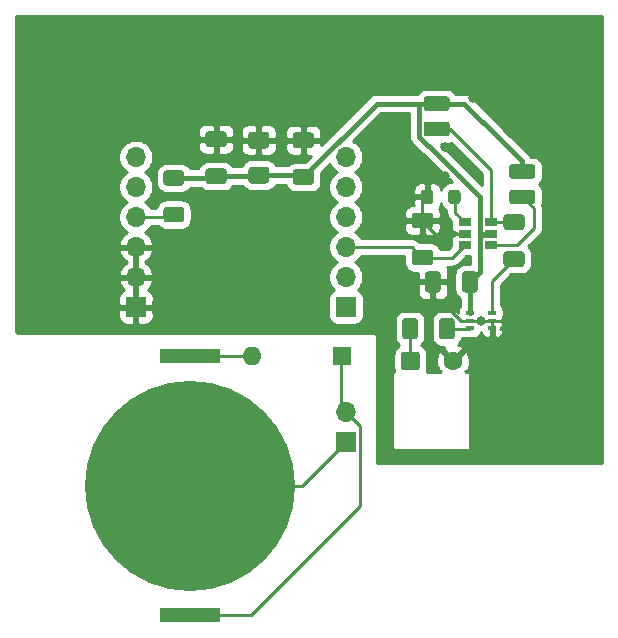
<source format=gbr>
%TF.GenerationSoftware,KiCad,Pcbnew,(5.1.10-1-10_14)*%
%TF.CreationDate,2021-06-28T12:16:04-04:00*%
%TF.ProjectId,fox_hunt_2m_fm,666f785f-6875-46e7-945f-326d5f666d2e,rev?*%
%TF.SameCoordinates,Original*%
%TF.FileFunction,Copper,L1,Top*%
%TF.FilePolarity,Positive*%
%FSLAX46Y46*%
G04 Gerber Fmt 4.6, Leading zero omitted, Abs format (unit mm)*
G04 Created by KiCad (PCBNEW (5.1.10-1-10_14)) date 2021-06-28 12:16:04*
%MOMM*%
%LPD*%
G01*
G04 APERTURE LIST*
%TA.AperFunction,ComponentPad*%
%ADD10O,1.600000X1.600000*%
%TD*%
%TA.AperFunction,ComponentPad*%
%ADD11R,1.600000X1.600000*%
%TD*%
%TA.AperFunction,SMDPad,CuDef*%
%ADD12R,0.650000X0.400000*%
%TD*%
%TA.AperFunction,SMDPad,CuDef*%
%ADD13R,1.060000X0.650000*%
%TD*%
%TA.AperFunction,ComponentPad*%
%ADD14C,1.600000*%
%TD*%
%TA.AperFunction,ComponentPad*%
%ADD15O,1.700000X1.700000*%
%TD*%
%TA.AperFunction,ComponentPad*%
%ADD16R,1.700000X1.700000*%
%TD*%
%TA.AperFunction,SMDPad,CuDef*%
%ADD17R,5.080000X1.270000*%
%TD*%
%TA.AperFunction,SMDPad,CuDef*%
%ADD18C,17.800000*%
%TD*%
%TA.AperFunction,ViaPad*%
%ADD19C,0.800000*%
%TD*%
%TA.AperFunction,Conductor*%
%ADD20C,0.250000*%
%TD*%
%TA.AperFunction,Conductor*%
%ADD21C,0.400000*%
%TD*%
%TA.AperFunction,Conductor*%
%ADD22C,0.254000*%
%TD*%
%TA.AperFunction,Conductor*%
%ADD23C,0.100000*%
%TD*%
G04 APERTURE END LIST*
%TO.P,C7,2*%
%TO.N,GND*%
%TA.AperFunction,SMDPad,CuDef*%
G36*
G01*
X140819160Y-118402220D02*
X139569160Y-118402220D01*
G75*
G02*
X139319160Y-118152220I0J250000D01*
G01*
X139319160Y-117227220D01*
G75*
G02*
X139569160Y-116977220I250000J0D01*
G01*
X140819160Y-116977220D01*
G75*
G02*
X141069160Y-117227220I0J-250000D01*
G01*
X141069160Y-118152220D01*
G75*
G02*
X140819160Y-118402220I-250000J0D01*
G01*
G37*
%TD.AperFunction*%
%TO.P,C7,1*%
%TO.N,+3V3*%
%TA.AperFunction,SMDPad,CuDef*%
G36*
G01*
X140819160Y-121377220D02*
X139569160Y-121377220D01*
G75*
G02*
X139319160Y-121127220I0J250000D01*
G01*
X139319160Y-120202220D01*
G75*
G02*
X139569160Y-119952220I250000J0D01*
G01*
X140819160Y-119952220D01*
G75*
G02*
X141069160Y-120202220I0J-250000D01*
G01*
X141069160Y-121127220D01*
G75*
G02*
X140819160Y-121377220I-250000J0D01*
G01*
G37*
%TD.AperFunction*%
%TD*%
D10*
%TO.P,D1,2*%
%TO.N,Net-(BT1-Pad1)*%
X139630000Y-136000000D03*
D11*
%TO.P,D1,1*%
%TO.N,Net-(D1-Pad1)*%
X147250000Y-136000000D03*
%TD*%
%TO.P,L3,2*%
%TO.N,Net-(L3-Pad2)*%
%TA.AperFunction,SMDPad,CuDef*%
G36*
G01*
X161650000Y-121875000D02*
X163350000Y-121875000D01*
G75*
G02*
X163600000Y-122125000I0J-250000D01*
G01*
X163600000Y-122875000D01*
G75*
G02*
X163350000Y-123125000I-250000J0D01*
G01*
X161650000Y-123125000D01*
G75*
G02*
X161400000Y-122875000I0J250000D01*
G01*
X161400000Y-122125000D01*
G75*
G02*
X161650000Y-121875000I250000J0D01*
G01*
G37*
%TD.AperFunction*%
%TO.P,L3,1*%
%TO.N,+3V3*%
%TA.AperFunction,SMDPad,CuDef*%
G36*
G01*
X161650000Y-119725000D02*
X163350000Y-119725000D01*
G75*
G02*
X163600000Y-119975000I0J-250000D01*
G01*
X163600000Y-120725000D01*
G75*
G02*
X163350000Y-120975000I-250000J0D01*
G01*
X161650000Y-120975000D01*
G75*
G02*
X161400000Y-120725000I0J250000D01*
G01*
X161400000Y-119975000D01*
G75*
G02*
X161650000Y-119725000I250000J0D01*
G01*
G37*
%TD.AperFunction*%
%TD*%
%TO.P,L2,2*%
%TO.N,Net-(C3-Pad2)*%
%TA.AperFunction,SMDPad,CuDef*%
G36*
G01*
X154400000Y-116125000D02*
X156100000Y-116125000D01*
G75*
G02*
X156350000Y-116375000I0J-250000D01*
G01*
X156350000Y-117125000D01*
G75*
G02*
X156100000Y-117375000I-250000J0D01*
G01*
X154400000Y-117375000D01*
G75*
G02*
X154150000Y-117125000I0J250000D01*
G01*
X154150000Y-116375000D01*
G75*
G02*
X154400000Y-116125000I250000J0D01*
G01*
G37*
%TD.AperFunction*%
%TO.P,L2,1*%
%TO.N,+3V3*%
%TA.AperFunction,SMDPad,CuDef*%
G36*
G01*
X154400000Y-113975000D02*
X156100000Y-113975000D01*
G75*
G02*
X156350000Y-114225000I0J-250000D01*
G01*
X156350000Y-114975000D01*
G75*
G02*
X156100000Y-115225000I-250000J0D01*
G01*
X154400000Y-115225000D01*
G75*
G02*
X154150000Y-114975000I0J250000D01*
G01*
X154150000Y-114225000D01*
G75*
G02*
X154400000Y-113975000I250000J0D01*
G01*
G37*
%TD.AperFunction*%
%TD*%
D12*
%TO.P,U2,6*%
%TO.N,Net-(C3-Pad1)*%
X159954000Y-132319000D03*
%TO.P,U2,4*%
%TO.N,GND*%
X159954000Y-133619000D03*
%TO.P,U2,2*%
X158054000Y-132969000D03*
%TO.P,U2,5*%
X159954000Y-132969000D03*
%TO.P,U2,3*%
%TO.N,Net-(C6-Pad2)*%
X158054000Y-133619000D03*
%TO.P,U2,1*%
%TO.N,+3V3*%
X158054000Y-132319000D03*
%TD*%
D13*
%TO.P,U1,5*%
%TO.N,+3V3*%
X159850000Y-125603000D03*
%TO.P,U1,6*%
%TO.N,Net-(C3-Pad2)*%
X159850000Y-124653000D03*
%TO.P,U1,4*%
%TO.N,Net-(L3-Pad2)*%
X159850000Y-126553000D03*
%TO.P,U1,3*%
%TO.N,TUNE*%
X157650000Y-126553000D03*
%TO.P,U1,2*%
%TO.N,GND*%
X157650000Y-125603000D03*
%TO.P,U1,1*%
%TO.N,Net-(L1-Pad2)*%
X157650000Y-124653000D03*
%TD*%
%TO.P,R3,2*%
%TO.N,Net-(J2-Pad4)*%
%TA.AperFunction,SMDPad,CuDef*%
G36*
G01*
X132374999Y-123350000D02*
X133625001Y-123350000D01*
G75*
G02*
X133875000Y-123599999I0J-249999D01*
G01*
X133875000Y-124400001D01*
G75*
G02*
X133625001Y-124650000I-249999J0D01*
G01*
X132374999Y-124650000D01*
G75*
G02*
X132125000Y-124400001I0J249999D01*
G01*
X132125000Y-123599999D01*
G75*
G02*
X132374999Y-123350000I249999J0D01*
G01*
G37*
%TD.AperFunction*%
%TO.P,R3,1*%
%TO.N,+3V3*%
%TA.AperFunction,SMDPad,CuDef*%
G36*
G01*
X132374999Y-120250000D02*
X133625001Y-120250000D01*
G75*
G02*
X133875000Y-120499999I0J-249999D01*
G01*
X133875000Y-121300001D01*
G75*
G02*
X133625001Y-121550000I-249999J0D01*
G01*
X132374999Y-121550000D01*
G75*
G02*
X132125000Y-121300001I0J249999D01*
G01*
X132125000Y-120499999D01*
G75*
G02*
X132374999Y-120250000I249999J0D01*
G01*
G37*
%TD.AperFunction*%
%TD*%
%TO.P,L1,2*%
%TO.N,Net-(L1-Pad2)*%
%TA.AperFunction,SMDPad,CuDef*%
G36*
G01*
X156225000Y-122850001D02*
X156225000Y-122149999D01*
G75*
G02*
X156474999Y-121900000I249999J0D01*
G01*
X157025001Y-121900000D01*
G75*
G02*
X157275000Y-122149999I0J-249999D01*
G01*
X157275000Y-122850001D01*
G75*
G02*
X157025001Y-123100000I-249999J0D01*
G01*
X156474999Y-123100000D01*
G75*
G02*
X156225000Y-122850001I0J249999D01*
G01*
G37*
%TD.AperFunction*%
%TO.P,L1,1*%
%TO.N,GND*%
%TA.AperFunction,SMDPad,CuDef*%
G36*
G01*
X153925000Y-122850001D02*
X153925000Y-122149999D01*
G75*
G02*
X154174999Y-121900000I249999J0D01*
G01*
X154725001Y-121900000D01*
G75*
G02*
X154975000Y-122149999I0J-249999D01*
G01*
X154975000Y-122850001D01*
G75*
G02*
X154725001Y-123100000I-249999J0D01*
G01*
X154174999Y-123100000D01*
G75*
G02*
X153925000Y-122850001I0J249999D01*
G01*
G37*
%TD.AperFunction*%
%TD*%
D14*
%TO.P,J4,2*%
%TO.N,GND*%
X156635000Y-136398000D03*
%TO.P,J4,1*%
%TO.N,Net-(C6-Pad1)*%
%TA.AperFunction,ComponentPad*%
G36*
G01*
X152235000Y-136948000D02*
X152235000Y-135848000D01*
G75*
G02*
X152485000Y-135598000I250000J0D01*
G01*
X153585000Y-135598000D01*
G75*
G02*
X153835000Y-135848000I0J-250000D01*
G01*
X153835000Y-136948000D01*
G75*
G02*
X153585000Y-137198000I-250000J0D01*
G01*
X152485000Y-137198000D01*
G75*
G02*
X152235000Y-136948000I0J250000D01*
G01*
G37*
%TD.AperFunction*%
%TD*%
D15*
%TO.P,J3,2*%
%TO.N,Net-(D1-Pad1)*%
X147574000Y-140716000D03*
D16*
%TO.P,J3,1*%
%TO.N,Net-(BT1-Pad2)*%
X147574000Y-143256000D03*
%TD*%
D15*
%TO.P,J2,6*%
%TO.N,Net-(J2-Pad6)*%
X129794000Y-119126000D03*
%TO.P,J2,5*%
%TO.N,Net-(J2-Pad5)*%
X129794000Y-121666000D03*
%TO.P,J2,4*%
%TO.N,Net-(J2-Pad4)*%
X129794000Y-124206000D03*
%TO.P,J2,3*%
%TO.N,GND*%
X129794000Y-126746000D03*
%TO.P,J2,2*%
X129794000Y-129286000D03*
D16*
%TO.P,J2,1*%
X129794000Y-131826000D03*
%TD*%
D15*
%TO.P,J1,6*%
%TO.N,Net-(J1-Pad6)*%
X147574000Y-119126000D03*
%TO.P,J1,5*%
%TO.N,Net-(J1-Pad5)*%
X147574000Y-121666000D03*
%TO.P,J1,4*%
%TO.N,Net-(J1-Pad4)*%
X147574000Y-124206000D03*
%TO.P,J1,3*%
%TO.N,TUNE*%
X147574000Y-126746000D03*
%TO.P,J1,2*%
%TO.N,Net-(J1-Pad2)*%
X147574000Y-129286000D03*
D16*
%TO.P,J1,1*%
%TO.N,Net-(J1-Pad1)*%
X147574000Y-131826000D03*
%TD*%
%TO.P,C6,2*%
%TO.N,Net-(C6-Pad2)*%
%TA.AperFunction,SMDPad,CuDef*%
G36*
G01*
X155459000Y-134317503D02*
X155459000Y-133017497D01*
G75*
G02*
X155708997Y-132767500I249997J0D01*
G01*
X156534003Y-132767500D01*
G75*
G02*
X156784000Y-133017497I0J-249997D01*
G01*
X156784000Y-134317503D01*
G75*
G02*
X156534003Y-134567500I-249997J0D01*
G01*
X155708997Y-134567500D01*
G75*
G02*
X155459000Y-134317503I0J249997D01*
G01*
G37*
%TD.AperFunction*%
%TO.P,C6,1*%
%TO.N,Net-(C6-Pad1)*%
%TA.AperFunction,SMDPad,CuDef*%
G36*
G01*
X152334000Y-134317503D02*
X152334000Y-133017497D01*
G75*
G02*
X152583997Y-132767500I249997J0D01*
G01*
X153409003Y-132767500D01*
G75*
G02*
X153659000Y-133017497I0J-249997D01*
G01*
X153659000Y-134317503D01*
G75*
G02*
X153409003Y-134567500I-249997J0D01*
G01*
X152583997Y-134567500D01*
G75*
G02*
X152334000Y-134317503I0J249997D01*
G01*
G37*
%TD.AperFunction*%
%TD*%
%TO.P,C5,2*%
%TO.N,+3V3*%
%TA.AperFunction,SMDPad,CuDef*%
G36*
G01*
X157400000Y-130350003D02*
X157400000Y-129049997D01*
G75*
G02*
X157649997Y-128800000I249997J0D01*
G01*
X158475003Y-128800000D01*
G75*
G02*
X158725000Y-129049997I0J-249997D01*
G01*
X158725000Y-130350003D01*
G75*
G02*
X158475003Y-130600000I-249997J0D01*
G01*
X157649997Y-130600000D01*
G75*
G02*
X157400000Y-130350003I0J249997D01*
G01*
G37*
%TD.AperFunction*%
%TO.P,C5,1*%
%TO.N,GND*%
%TA.AperFunction,SMDPad,CuDef*%
G36*
G01*
X154275000Y-130350003D02*
X154275000Y-129049997D01*
G75*
G02*
X154524997Y-128800000I249997J0D01*
G01*
X155350003Y-128800000D01*
G75*
G02*
X155600000Y-129049997I0J-249997D01*
G01*
X155600000Y-130350003D01*
G75*
G02*
X155350003Y-130600000I-249997J0D01*
G01*
X154524997Y-130600000D01*
G75*
G02*
X154275000Y-130350003I0J249997D01*
G01*
G37*
%TD.AperFunction*%
%TD*%
%TO.P,C4,2*%
%TO.N,GND*%
%TA.AperFunction,SMDPad,CuDef*%
G36*
G01*
X144610983Y-118360500D02*
X143310977Y-118360500D01*
G75*
G02*
X143060980Y-118110503I0J249997D01*
G01*
X143060980Y-117285497D01*
G75*
G02*
X143310977Y-117035500I249997J0D01*
G01*
X144610983Y-117035500D01*
G75*
G02*
X144860980Y-117285497I0J-249997D01*
G01*
X144860980Y-118110503D01*
G75*
G02*
X144610983Y-118360500I-249997J0D01*
G01*
G37*
%TD.AperFunction*%
%TO.P,C4,1*%
%TO.N,+3V3*%
%TA.AperFunction,SMDPad,CuDef*%
G36*
G01*
X144610983Y-121485500D02*
X143310977Y-121485500D01*
G75*
G02*
X143060980Y-121235503I0J249997D01*
G01*
X143060980Y-120410497D01*
G75*
G02*
X143310977Y-120160500I249997J0D01*
G01*
X144610983Y-120160500D01*
G75*
G02*
X144860980Y-120410497I0J-249997D01*
G01*
X144860980Y-121235503D01*
G75*
G02*
X144610983Y-121485500I-249997J0D01*
G01*
G37*
%TD.AperFunction*%
%TD*%
%TO.P,C3,2*%
%TO.N,Net-(C3-Pad2)*%
%TA.AperFunction,SMDPad,CuDef*%
G36*
G01*
X162450003Y-125300000D02*
X161149997Y-125300000D01*
G75*
G02*
X160900000Y-125050003I0J249997D01*
G01*
X160900000Y-124224997D01*
G75*
G02*
X161149997Y-123975000I249997J0D01*
G01*
X162450003Y-123975000D01*
G75*
G02*
X162700000Y-124224997I0J-249997D01*
G01*
X162700000Y-125050003D01*
G75*
G02*
X162450003Y-125300000I-249997J0D01*
G01*
G37*
%TD.AperFunction*%
%TO.P,C3,1*%
%TO.N,Net-(C3-Pad1)*%
%TA.AperFunction,SMDPad,CuDef*%
G36*
G01*
X162450003Y-128425000D02*
X161149997Y-128425000D01*
G75*
G02*
X160900000Y-128175003I0J249997D01*
G01*
X160900000Y-127349997D01*
G75*
G02*
X161149997Y-127100000I249997J0D01*
G01*
X162450003Y-127100000D01*
G75*
G02*
X162700000Y-127349997I0J-249997D01*
G01*
X162700000Y-128175003D01*
G75*
G02*
X162450003Y-128425000I-249997J0D01*
G01*
G37*
%TD.AperFunction*%
%TD*%
%TO.P,C2,2*%
%TO.N,GND*%
%TA.AperFunction,SMDPad,CuDef*%
G36*
G01*
X137229743Y-118275880D02*
X135929737Y-118275880D01*
G75*
G02*
X135679740Y-118025883I0J249997D01*
G01*
X135679740Y-117200877D01*
G75*
G02*
X135929737Y-116950880I249997J0D01*
G01*
X137229743Y-116950880D01*
G75*
G02*
X137479740Y-117200877I0J-249997D01*
G01*
X137479740Y-118025883D01*
G75*
G02*
X137229743Y-118275880I-249997J0D01*
G01*
G37*
%TD.AperFunction*%
%TO.P,C2,1*%
%TO.N,+3V3*%
%TA.AperFunction,SMDPad,CuDef*%
G36*
G01*
X137229743Y-121400880D02*
X135929737Y-121400880D01*
G75*
G02*
X135679740Y-121150883I0J249997D01*
G01*
X135679740Y-120325877D01*
G75*
G02*
X135929737Y-120075880I249997J0D01*
G01*
X137229743Y-120075880D01*
G75*
G02*
X137479740Y-120325877I0J-249997D01*
G01*
X137479740Y-121150883D01*
G75*
G02*
X137229743Y-121400880I-249997J0D01*
G01*
G37*
%TD.AperFunction*%
%TD*%
%TO.P,C1,2*%
%TO.N,TUNE*%
%TA.AperFunction,SMDPad,CuDef*%
G36*
G01*
X153400997Y-126972500D02*
X154701003Y-126972500D01*
G75*
G02*
X154951000Y-127222497I0J-249997D01*
G01*
X154951000Y-128047503D01*
G75*
G02*
X154701003Y-128297500I-249997J0D01*
G01*
X153400997Y-128297500D01*
G75*
G02*
X153151000Y-128047503I0J249997D01*
G01*
X153151000Y-127222497D01*
G75*
G02*
X153400997Y-126972500I249997J0D01*
G01*
G37*
%TD.AperFunction*%
%TO.P,C1,1*%
%TO.N,GND*%
%TA.AperFunction,SMDPad,CuDef*%
G36*
G01*
X153400997Y-123847500D02*
X154701003Y-123847500D01*
G75*
G02*
X154951000Y-124097497I0J-249997D01*
G01*
X154951000Y-124922503D01*
G75*
G02*
X154701003Y-125172500I-249997J0D01*
G01*
X153400997Y-125172500D01*
G75*
G02*
X153151000Y-124922503I0J249997D01*
G01*
X153151000Y-124097497D01*
G75*
G02*
X153400997Y-123847500I249997J0D01*
G01*
G37*
%TD.AperFunction*%
%TD*%
D17*
%TO.P,BT1,1*%
%TO.N,Net-(BT1-Pad1)*%
X134366000Y-135954000D03*
X134366000Y-157924000D03*
D18*
%TO.P,BT1,2*%
%TO.N,Net-(BT1-Pad2)*%
X134366000Y-146939000D03*
%TD*%
D19*
%TO.N,GND*%
X161417000Y-132905500D03*
X163512500Y-130429000D03*
X156083000Y-125603000D03*
X133000000Y-114250000D03*
X120396000Y-107950000D03*
X122936000Y-109220000D03*
X125476000Y-107950000D03*
X120396000Y-110490000D03*
X122936000Y-111760000D03*
X125476000Y-110490000D03*
X120396000Y-113030000D03*
X122936000Y-114300000D03*
X125476000Y-113030000D03*
X120396000Y-115570000D03*
X122936000Y-116840000D03*
X125476000Y-115570000D03*
X120396000Y-118110000D03*
X122936000Y-119380000D03*
X125476000Y-118110000D03*
X120396000Y-120650000D03*
X122936000Y-121920000D03*
X125476000Y-120650000D03*
X120396000Y-123190000D03*
X122936000Y-124460000D03*
X125476000Y-123190000D03*
X120396000Y-125730000D03*
X122936000Y-127000000D03*
X125476000Y-125730000D03*
X120396000Y-128270000D03*
X122936000Y-129540000D03*
X125476000Y-128270000D03*
X120396000Y-130810000D03*
X122936000Y-132080000D03*
X125476000Y-130810000D03*
X120396000Y-133350000D03*
X125476000Y-133350000D03*
X135890000Y-116014500D03*
X138250000Y-114250000D03*
X140970000Y-116014500D03*
X143250000Y-114250000D03*
X135890000Y-128714500D03*
X140970000Y-128714500D03*
X133350000Y-129984500D03*
X135890000Y-131254500D03*
X138430000Y-129984500D03*
X140970000Y-131254500D03*
X143510000Y-129984500D03*
X133350000Y-132524500D03*
X138430000Y-132524500D03*
X143510000Y-132524500D03*
X128016000Y-109220000D03*
X130556000Y-107950000D03*
X133096000Y-109220000D03*
X135636000Y-107950000D03*
X138176000Y-109220000D03*
X140716000Y-107950000D03*
X143256000Y-109220000D03*
X145796000Y-107950000D03*
X148336000Y-109220000D03*
X150876000Y-107950000D03*
X153416000Y-109220000D03*
X155956000Y-107950000D03*
X158496000Y-109220000D03*
X161036000Y-107950000D03*
X163576000Y-109220000D03*
X166116000Y-107950000D03*
X168656000Y-109220000D03*
X166116000Y-110490000D03*
X168656000Y-111760000D03*
X166116000Y-113030000D03*
X168656000Y-114300000D03*
X166116000Y-115570000D03*
X168656000Y-116840000D03*
X166116000Y-118110000D03*
X168656000Y-119380000D03*
X166116000Y-120650000D03*
X168656000Y-121920000D03*
X166116000Y-123190000D03*
X168656000Y-124460000D03*
X166116000Y-125730000D03*
X168656000Y-127000000D03*
X166116000Y-128270000D03*
X168656000Y-129540000D03*
X166116000Y-130810000D03*
X168656000Y-132080000D03*
X166116000Y-133350000D03*
X168656000Y-134620000D03*
X166116000Y-135890000D03*
X168656000Y-137160000D03*
X166116000Y-138430000D03*
X168656000Y-139700000D03*
X166116000Y-140970000D03*
X168656000Y-142240000D03*
X166116000Y-143510000D03*
X161036000Y-110490000D03*
X163576000Y-111760000D03*
X163576000Y-132080000D03*
X163576000Y-134620000D03*
X163576000Y-137160000D03*
X163576000Y-139700000D03*
X163576000Y-142240000D03*
X161036000Y-143510000D03*
X161036000Y-140970000D03*
X161036000Y-138430000D03*
X161036000Y-135890000D03*
X158496000Y-137160000D03*
X158496000Y-139700000D03*
X158496000Y-142240000D03*
X150876000Y-137160000D03*
X150876000Y-139700000D03*
X150876000Y-142240000D03*
X150876000Y-134874000D03*
X150876000Y-133350000D03*
X150876000Y-130810000D03*
X150876000Y-128270000D03*
X153416000Y-129540000D03*
X153416000Y-131572000D03*
X155956000Y-131572000D03*
X150876000Y-120650000D03*
X150876000Y-123190000D03*
X150876000Y-125730000D03*
X158496000Y-134874000D03*
X158496000Y-144526000D03*
X155956000Y-144526000D03*
X153416000Y-144526000D03*
X150876000Y-144526000D03*
X145288000Y-125984000D03*
X145288000Y-128778000D03*
X145288000Y-131318000D03*
X159004000Y-132969000D03*
X163576000Y-114250000D03*
X163576000Y-116750000D03*
X153500000Y-119500000D03*
X156000000Y-120750000D03*
X156000000Y-118250000D03*
X128000000Y-114250000D03*
X148250000Y-114250000D03*
X130500000Y-111750000D03*
X135750000Y-111750000D03*
X140750000Y-111750000D03*
X145750000Y-111750000D03*
X150750000Y-111750000D03*
X145750000Y-116000000D03*
X130500000Y-116000000D03*
X128000000Y-111750000D03*
X150900000Y-118200000D03*
X150900000Y-116000000D03*
X135900000Y-126000000D03*
X138400000Y-127500000D03*
X138400000Y-124300000D03*
X143500000Y-124300000D03*
X143500000Y-127400000D03*
X140900000Y-126100000D03*
X133400000Y-127500000D03*
X155900000Y-111700000D03*
X161100000Y-115500000D03*
X158300000Y-114100000D03*
%TD*%
D20*
%TO.N,Net-(BT1-Pad1)*%
X134366000Y-135954000D02*
X139584000Y-135954000D01*
%TO.N,Net-(BT1-Pad2)*%
X134366000Y-146939000D02*
X143891000Y-146939000D01*
X143891000Y-146939000D02*
X147574000Y-143256000D01*
%TO.N,TUNE*%
X156568000Y-127635000D02*
X157650000Y-126553000D01*
X154051000Y-127635000D02*
X156568000Y-127635000D01*
X153162000Y-126746000D02*
X154051000Y-127635000D01*
X147574000Y-126746000D02*
X153162000Y-126746000D01*
%TO.N,GND*%
X159954000Y-133619000D02*
X159954000Y-133544000D01*
X158054000Y-132969000D02*
X159954000Y-132969000D01*
X159954000Y-133619000D02*
X159954000Y-132969000D01*
X161353500Y-132969000D02*
X161417000Y-132905500D01*
X159954000Y-132969000D02*
X161353500Y-132969000D01*
X163449000Y-130365500D02*
X163512500Y-130429000D01*
X154051000Y-124510000D02*
X155144000Y-125603000D01*
X155892500Y-125603000D02*
X156083000Y-125603000D01*
X155144000Y-125603000D02*
X155892500Y-125603000D01*
X155892500Y-125603000D02*
X157650000Y-125603000D01*
X155956000Y-131626310D02*
X155956000Y-131572000D01*
X157298690Y-132969000D02*
X155956000Y-131626310D01*
X158054000Y-132969000D02*
X157298690Y-132969000D01*
X154051000Y-122899000D02*
X154450000Y-122500000D01*
X154051000Y-124510000D02*
X154051000Y-122899000D01*
D21*
%TO.N,+3V3*%
X162500000Y-119500000D02*
X160705001Y-117705001D01*
X162500000Y-120350000D02*
X162500000Y-119500000D01*
X143960980Y-120823000D02*
X150183980Y-114600000D01*
X136418120Y-120900000D02*
X136579740Y-120738380D01*
X133000000Y-120900000D02*
X136418120Y-120900000D01*
X140120500Y-120738380D02*
X140194160Y-120664720D01*
X136579740Y-120738380D02*
X140120500Y-120738380D01*
X143802700Y-120664720D02*
X143960980Y-120823000D01*
X140194160Y-120664720D02*
X143802700Y-120664720D01*
X157600000Y-114600000D02*
X160705001Y-117705001D01*
X155250000Y-114600000D02*
X157600000Y-114600000D01*
X158062500Y-132310500D02*
X158054000Y-132319000D01*
X158062500Y-129700000D02*
X158062500Y-132310500D01*
X159224998Y-125603000D02*
X159850000Y-125603000D01*
X158919999Y-128842501D02*
X158919999Y-125907999D01*
X158919999Y-125907999D02*
X159224998Y-125603000D01*
X158062500Y-129700000D02*
X158919999Y-128842501D01*
X158919999Y-125907999D02*
X158919999Y-122485997D01*
X158919999Y-122485997D02*
X154634002Y-118200000D01*
X153749990Y-114650010D02*
X153800000Y-114600000D01*
X154555744Y-118200000D02*
X153749990Y-117394246D01*
X154634002Y-118200000D02*
X154555744Y-118200000D01*
X153749990Y-117394246D02*
X153749990Y-114650010D01*
X153800000Y-114600000D02*
X155250000Y-114600000D01*
X150183980Y-114600000D02*
X153800000Y-114600000D01*
D20*
%TO.N,Net-(C3-Pad1)*%
X159954000Y-129608500D02*
X161800000Y-127762500D01*
X159954000Y-132319000D02*
X159954000Y-129608500D01*
%TO.N,Net-(C6-Pad2)*%
X158019000Y-133654000D02*
X158054000Y-133619000D01*
X158005500Y-133667500D02*
X158054000Y-133619000D01*
X156121500Y-133667500D02*
X158005500Y-133667500D01*
%TO.N,Net-(C6-Pad1)*%
X152996500Y-136359500D02*
X153035000Y-136398000D01*
X152996500Y-133667500D02*
X152996500Y-136359500D01*
%TO.N,Net-(J2-Pad4)*%
X132794000Y-124206000D02*
X133000000Y-124000000D01*
X129794000Y-124206000D02*
X132794000Y-124206000D01*
%TO.N,Net-(L1-Pad2)*%
X156845000Y-123848000D02*
X157650000Y-124653000D01*
X156845000Y-122595000D02*
X156750000Y-122500000D01*
X156845000Y-123848000D02*
X156845000Y-122595000D01*
%TO.N,Net-(C3-Pad2)*%
X155250000Y-116750000D02*
X156350000Y-116750000D01*
X156350000Y-116750000D02*
X159850000Y-120250000D01*
X159850000Y-120250000D02*
X159850000Y-124653000D01*
X159865500Y-124637500D02*
X159850000Y-124653000D01*
X161800000Y-124637500D02*
X159865500Y-124637500D01*
%TO.N,Net-(L3-Pad2)*%
X163475010Y-123475010D02*
X162500000Y-122500000D01*
X163475010Y-125150680D02*
X163475010Y-123475010D01*
X162072690Y-126553000D02*
X163475010Y-125150680D01*
X159850000Y-126553000D02*
X162072690Y-126553000D01*
%TO.N,Net-(D1-Pad1)*%
X134366000Y-157924000D02*
X139510000Y-157924000D01*
X148749001Y-141891001D02*
X147574000Y-140716000D01*
X148749001Y-148684999D02*
X148749001Y-141891001D01*
X139510000Y-157924000D02*
X148749001Y-148684999D01*
X147123991Y-140902401D02*
X147255795Y-141034205D01*
X147123991Y-136126009D02*
X147123991Y-140902401D01*
X147250000Y-136000000D02*
X147123991Y-136126009D01*
%TD*%
D22*
%TO.N,GND*%
X169266001Y-145009000D02*
X150527419Y-145009000D01*
X150495000Y-145005807D01*
X150462581Y-145009000D01*
X150365617Y-145018550D01*
X150241207Y-145056290D01*
X150241000Y-145056401D01*
X150241000Y-137414000D01*
X151511000Y-137414000D01*
X151511000Y-143764000D01*
X151513440Y-143788776D01*
X151520667Y-143812601D01*
X151532403Y-143834557D01*
X151548197Y-143853803D01*
X151567443Y-143869597D01*
X151589399Y-143881333D01*
X151613224Y-143888560D01*
X151638000Y-143891000D01*
X157988000Y-143891000D01*
X158012776Y-143888560D01*
X158036601Y-143881333D01*
X158058557Y-143869597D01*
X158077803Y-143853803D01*
X158093597Y-143834557D01*
X158105333Y-143812601D01*
X158112560Y-143788776D01*
X158115000Y-143764000D01*
X158115000Y-137414000D01*
X158112560Y-137389224D01*
X158105333Y-137365399D01*
X158093597Y-137343443D01*
X158077803Y-137324197D01*
X158058557Y-137308403D01*
X158036601Y-137296667D01*
X158012776Y-137289440D01*
X157988000Y-137287000D01*
X157703607Y-137287000D01*
X157627704Y-137211097D01*
X157871671Y-137139514D01*
X157992571Y-136884004D01*
X158061300Y-136609816D01*
X158075217Y-136327488D01*
X158033787Y-136047870D01*
X157938603Y-135781708D01*
X157871671Y-135656486D01*
X157627702Y-135584903D01*
X156814605Y-136398000D01*
X156828748Y-136412143D01*
X156649143Y-136591748D01*
X156635000Y-136577605D01*
X156620858Y-136591748D01*
X156441253Y-136412143D01*
X156455395Y-136398000D01*
X155642298Y-135584903D01*
X155398329Y-135656486D01*
X155277429Y-135911996D01*
X155208700Y-136186184D01*
X155194783Y-136468512D01*
X155236213Y-136748130D01*
X155331397Y-137014292D01*
X155398329Y-137139514D01*
X155642296Y-137211097D01*
X155566393Y-137287000D01*
X154405730Y-137287000D01*
X154456008Y-137121254D01*
X154473072Y-136948000D01*
X154473072Y-135848000D01*
X154456008Y-135674746D01*
X154405472Y-135508150D01*
X154323405Y-135354614D01*
X154212962Y-135220038D01*
X154078386Y-135109595D01*
X153932187Y-135031450D01*
X154036963Y-134945463D01*
X154147405Y-134810888D01*
X154229472Y-134657352D01*
X154280008Y-134490757D01*
X154297072Y-134317503D01*
X154297072Y-133017497D01*
X154280008Y-132844243D01*
X154229472Y-132677648D01*
X154147405Y-132524112D01*
X154036963Y-132389537D01*
X153902388Y-132279095D01*
X153748852Y-132197028D01*
X153582257Y-132146492D01*
X153409003Y-132129428D01*
X152583997Y-132129428D01*
X152410743Y-132146492D01*
X152244148Y-132197028D01*
X152090612Y-132279095D01*
X151956037Y-132389537D01*
X151845595Y-132524112D01*
X151763528Y-132677648D01*
X151712992Y-132844243D01*
X151695928Y-133017497D01*
X151695928Y-134317503D01*
X151712992Y-134490757D01*
X151763528Y-134657352D01*
X151845595Y-134810888D01*
X151956037Y-134945463D01*
X152090612Y-135055905D01*
X152091336Y-135056292D01*
X151991614Y-135109595D01*
X151857038Y-135220038D01*
X151746595Y-135354614D01*
X151664528Y-135508150D01*
X151613992Y-135674746D01*
X151596928Y-135848000D01*
X151596928Y-136948000D01*
X151613992Y-137121254D01*
X151664270Y-137287000D01*
X151638000Y-137287000D01*
X151613224Y-137289440D01*
X151589399Y-137296667D01*
X151567443Y-137308403D01*
X151548197Y-137324197D01*
X151532403Y-137343443D01*
X151520667Y-137365399D01*
X151513440Y-137389224D01*
X151511000Y-137414000D01*
X150241000Y-137414000D01*
X150241000Y-134404926D01*
X150238564Y-134380170D01*
X150219261Y-134283044D01*
X150212038Y-134259218D01*
X150200327Y-134237292D01*
X150145350Y-134154929D01*
X150129565Y-134135677D01*
X150110362Y-134119897D01*
X150028069Y-134064815D01*
X150006122Y-134053061D01*
X149982343Y-134045823D01*
X149885242Y-134026395D01*
X149860489Y-134023927D01*
X119772417Y-133985340D01*
X119712445Y-133973369D01*
X119672154Y-133946477D01*
X119659000Y-133926863D01*
X119659000Y-132676000D01*
X128305928Y-132676000D01*
X128318188Y-132800482D01*
X128354498Y-132920180D01*
X128413463Y-133030494D01*
X128492815Y-133127185D01*
X128589506Y-133206537D01*
X128699820Y-133265502D01*
X128819518Y-133301812D01*
X128944000Y-133314072D01*
X129508250Y-133311000D01*
X129667000Y-133152250D01*
X129667000Y-131953000D01*
X129921000Y-131953000D01*
X129921000Y-133152250D01*
X130079750Y-133311000D01*
X130644000Y-133314072D01*
X130768482Y-133301812D01*
X130888180Y-133265502D01*
X130998494Y-133206537D01*
X131095185Y-133127185D01*
X131174537Y-133030494D01*
X131233502Y-132920180D01*
X131269812Y-132800482D01*
X131282072Y-132676000D01*
X131279000Y-132111750D01*
X131120250Y-131953000D01*
X129921000Y-131953000D01*
X129667000Y-131953000D01*
X128467750Y-131953000D01*
X128309000Y-132111750D01*
X128305928Y-132676000D01*
X119659000Y-132676000D01*
X119659000Y-130976000D01*
X128305928Y-130976000D01*
X128309000Y-131540250D01*
X128467750Y-131699000D01*
X129667000Y-131699000D01*
X129667000Y-129413000D01*
X129921000Y-129413000D01*
X129921000Y-131699000D01*
X131120250Y-131699000D01*
X131279000Y-131540250D01*
X131282072Y-130976000D01*
X131269812Y-130851518D01*
X131233502Y-130731820D01*
X131174537Y-130621506D01*
X131095185Y-130524815D01*
X130998494Y-130445463D01*
X130888180Y-130386498D01*
X130807534Y-130362034D01*
X130891588Y-130286269D01*
X131065641Y-130052920D01*
X131190825Y-129790099D01*
X131235476Y-129642890D01*
X131114155Y-129413000D01*
X129921000Y-129413000D01*
X129667000Y-129413000D01*
X128473845Y-129413000D01*
X128352524Y-129642890D01*
X128397175Y-129790099D01*
X128522359Y-130052920D01*
X128696412Y-130286269D01*
X128780466Y-130362034D01*
X128699820Y-130386498D01*
X128589506Y-130445463D01*
X128492815Y-130524815D01*
X128413463Y-130621506D01*
X128354498Y-130731820D01*
X128318188Y-130851518D01*
X128305928Y-130976000D01*
X119659000Y-130976000D01*
X119659000Y-127102890D01*
X128352524Y-127102890D01*
X128397175Y-127250099D01*
X128522359Y-127512920D01*
X128696412Y-127746269D01*
X128912645Y-127941178D01*
X129038255Y-128016000D01*
X128912645Y-128090822D01*
X128696412Y-128285731D01*
X128522359Y-128519080D01*
X128397175Y-128781901D01*
X128352524Y-128929110D01*
X128473845Y-129159000D01*
X129667000Y-129159000D01*
X129667000Y-126873000D01*
X129921000Y-126873000D01*
X129921000Y-129159000D01*
X131114155Y-129159000D01*
X131235476Y-128929110D01*
X131190825Y-128781901D01*
X131065641Y-128519080D01*
X130891588Y-128285731D01*
X130675355Y-128090822D01*
X130549745Y-128016000D01*
X130675355Y-127941178D01*
X130891588Y-127746269D01*
X131065641Y-127512920D01*
X131190825Y-127250099D01*
X131235476Y-127102890D01*
X131114155Y-126873000D01*
X129921000Y-126873000D01*
X129667000Y-126873000D01*
X128473845Y-126873000D01*
X128352524Y-127102890D01*
X119659000Y-127102890D01*
X119659000Y-118979740D01*
X128309000Y-118979740D01*
X128309000Y-119272260D01*
X128366068Y-119559158D01*
X128478010Y-119829411D01*
X128640525Y-120072632D01*
X128847368Y-120279475D01*
X129021760Y-120396000D01*
X128847368Y-120512525D01*
X128640525Y-120719368D01*
X128478010Y-120962589D01*
X128366068Y-121232842D01*
X128309000Y-121519740D01*
X128309000Y-121812260D01*
X128366068Y-122099158D01*
X128478010Y-122369411D01*
X128640525Y-122612632D01*
X128847368Y-122819475D01*
X129021760Y-122936000D01*
X128847368Y-123052525D01*
X128640525Y-123259368D01*
X128478010Y-123502589D01*
X128366068Y-123772842D01*
X128309000Y-124059740D01*
X128309000Y-124352260D01*
X128366068Y-124639158D01*
X128478010Y-124909411D01*
X128640525Y-125152632D01*
X128847368Y-125359475D01*
X129029534Y-125481195D01*
X128912645Y-125550822D01*
X128696412Y-125745731D01*
X128522359Y-125979080D01*
X128397175Y-126241901D01*
X128352524Y-126389110D01*
X128473845Y-126619000D01*
X129667000Y-126619000D01*
X129667000Y-126599000D01*
X129921000Y-126599000D01*
X129921000Y-126619000D01*
X131114155Y-126619000D01*
X131235476Y-126389110D01*
X131190825Y-126241901D01*
X131065641Y-125979080D01*
X130891588Y-125745731D01*
X130675355Y-125550822D01*
X130558466Y-125481195D01*
X130740632Y-125359475D01*
X130947475Y-125152632D01*
X131072178Y-124966000D01*
X131696187Y-124966000D01*
X131747038Y-125027962D01*
X131881613Y-125138405D01*
X132035149Y-125220472D01*
X132201745Y-125271008D01*
X132374999Y-125288072D01*
X133625001Y-125288072D01*
X133798255Y-125271008D01*
X133964851Y-125220472D01*
X134118387Y-125138405D01*
X134252962Y-125027962D01*
X134363405Y-124893387D01*
X134445472Y-124739851D01*
X134496008Y-124573255D01*
X134513072Y-124400001D01*
X134513072Y-123599999D01*
X134496008Y-123426745D01*
X134445472Y-123260149D01*
X134363405Y-123106613D01*
X134252962Y-122972038D01*
X134118387Y-122861595D01*
X133964851Y-122779528D01*
X133798255Y-122728992D01*
X133625001Y-122711928D01*
X132374999Y-122711928D01*
X132201745Y-122728992D01*
X132035149Y-122779528D01*
X131881613Y-122861595D01*
X131747038Y-122972038D01*
X131636595Y-123106613D01*
X131554528Y-123260149D01*
X131503992Y-123426745D01*
X131502096Y-123446000D01*
X131072178Y-123446000D01*
X130947475Y-123259368D01*
X130740632Y-123052525D01*
X130566240Y-122936000D01*
X130740632Y-122819475D01*
X130947475Y-122612632D01*
X131109990Y-122369411D01*
X131221932Y-122099158D01*
X131279000Y-121812260D01*
X131279000Y-121519740D01*
X131221932Y-121232842D01*
X131109990Y-120962589D01*
X130947475Y-120719368D01*
X130740632Y-120512525D01*
X130721886Y-120499999D01*
X131486928Y-120499999D01*
X131486928Y-121300001D01*
X131503992Y-121473255D01*
X131554528Y-121639851D01*
X131636595Y-121793387D01*
X131747038Y-121927962D01*
X131881613Y-122038405D01*
X132035149Y-122120472D01*
X132201745Y-122171008D01*
X132374999Y-122188072D01*
X133625001Y-122188072D01*
X133798255Y-122171008D01*
X133964851Y-122120472D01*
X134118387Y-122038405D01*
X134252962Y-121927962D01*
X134363405Y-121793387D01*
X134394614Y-121735000D01*
X135265796Y-121735000D01*
X135301777Y-121778843D01*
X135436352Y-121889285D01*
X135589888Y-121971352D01*
X135756483Y-122021888D01*
X135929737Y-122038952D01*
X137229743Y-122038952D01*
X137402997Y-122021888D01*
X137569592Y-121971352D01*
X137723128Y-121889285D01*
X137857703Y-121778843D01*
X137968145Y-121644268D01*
X138006036Y-121573380D01*
X138805512Y-121573380D01*
X138830755Y-121620606D01*
X138941198Y-121755182D01*
X139075774Y-121865625D01*
X139229310Y-121947692D01*
X139395906Y-121998228D01*
X139569160Y-122015292D01*
X140819160Y-122015292D01*
X140992414Y-121998228D01*
X141159010Y-121947692D01*
X141312546Y-121865625D01*
X141447122Y-121755182D01*
X141557565Y-121620606D01*
X141622180Y-121499720D01*
X142467565Y-121499720D01*
X142490508Y-121575352D01*
X142572575Y-121728888D01*
X142683017Y-121863463D01*
X142817592Y-121973905D01*
X142971128Y-122055972D01*
X143137723Y-122106508D01*
X143310977Y-122123572D01*
X144610983Y-122123572D01*
X144784237Y-122106508D01*
X144950832Y-122055972D01*
X145104368Y-121973905D01*
X145238943Y-121863463D01*
X145349385Y-121728888D01*
X145431452Y-121575352D01*
X145481988Y-121408757D01*
X145499052Y-121235503D01*
X145499052Y-120465795D01*
X146222109Y-119742738D01*
X146258010Y-119829411D01*
X146420525Y-120072632D01*
X146627368Y-120279475D01*
X146801760Y-120396000D01*
X146627368Y-120512525D01*
X146420525Y-120719368D01*
X146258010Y-120962589D01*
X146146068Y-121232842D01*
X146089000Y-121519740D01*
X146089000Y-121812260D01*
X146146068Y-122099158D01*
X146258010Y-122369411D01*
X146420525Y-122612632D01*
X146627368Y-122819475D01*
X146801760Y-122936000D01*
X146627368Y-123052525D01*
X146420525Y-123259368D01*
X146258010Y-123502589D01*
X146146068Y-123772842D01*
X146089000Y-124059740D01*
X146089000Y-124352260D01*
X146146068Y-124639158D01*
X146258010Y-124909411D01*
X146420525Y-125152632D01*
X146627368Y-125359475D01*
X146801760Y-125476000D01*
X146627368Y-125592525D01*
X146420525Y-125799368D01*
X146258010Y-126042589D01*
X146146068Y-126312842D01*
X146089000Y-126599740D01*
X146089000Y-126892260D01*
X146146068Y-127179158D01*
X146258010Y-127449411D01*
X146420525Y-127692632D01*
X146627368Y-127899475D01*
X146801760Y-128016000D01*
X146627368Y-128132525D01*
X146420525Y-128339368D01*
X146258010Y-128582589D01*
X146146068Y-128852842D01*
X146089000Y-129139740D01*
X146089000Y-129432260D01*
X146146068Y-129719158D01*
X146258010Y-129989411D01*
X146420525Y-130232632D01*
X146552380Y-130364487D01*
X146479820Y-130386498D01*
X146369506Y-130445463D01*
X146272815Y-130524815D01*
X146193463Y-130621506D01*
X146134498Y-130731820D01*
X146098188Y-130851518D01*
X146085928Y-130976000D01*
X146085928Y-132676000D01*
X146098188Y-132800482D01*
X146134498Y-132920180D01*
X146193463Y-133030494D01*
X146272815Y-133127185D01*
X146369506Y-133206537D01*
X146479820Y-133265502D01*
X146599518Y-133301812D01*
X146724000Y-133314072D01*
X148424000Y-133314072D01*
X148548482Y-133301812D01*
X148668180Y-133265502D01*
X148778494Y-133206537D01*
X148875185Y-133127185D01*
X148954537Y-133030494D01*
X149013502Y-132920180D01*
X149049812Y-132800482D01*
X149062072Y-132676000D01*
X149062072Y-130976000D01*
X149049812Y-130851518D01*
X149013502Y-130731820D01*
X148954537Y-130621506D01*
X148936888Y-130600000D01*
X153636928Y-130600000D01*
X153649188Y-130724482D01*
X153685498Y-130844180D01*
X153744463Y-130954494D01*
X153823815Y-131051185D01*
X153920506Y-131130537D01*
X154030820Y-131189502D01*
X154150518Y-131225812D01*
X154275000Y-131238072D01*
X154651750Y-131235000D01*
X154810500Y-131076250D01*
X154810500Y-129827000D01*
X155064500Y-129827000D01*
X155064500Y-131076250D01*
X155223250Y-131235000D01*
X155600000Y-131238072D01*
X155724482Y-131225812D01*
X155844180Y-131189502D01*
X155954494Y-131130537D01*
X156051185Y-131051185D01*
X156130537Y-130954494D01*
X156189502Y-130844180D01*
X156225812Y-130724482D01*
X156238072Y-130600000D01*
X156235000Y-129985750D01*
X156076250Y-129827000D01*
X155064500Y-129827000D01*
X154810500Y-129827000D01*
X153798750Y-129827000D01*
X153640000Y-129985750D01*
X153636928Y-130600000D01*
X148936888Y-130600000D01*
X148875185Y-130524815D01*
X148778494Y-130445463D01*
X148668180Y-130386498D01*
X148595620Y-130364487D01*
X148727475Y-130232632D01*
X148889990Y-129989411D01*
X149001932Y-129719158D01*
X149059000Y-129432260D01*
X149059000Y-129139740D01*
X149001932Y-128852842D01*
X148889990Y-128582589D01*
X148727475Y-128339368D01*
X148520632Y-128132525D01*
X148346240Y-128016000D01*
X148520632Y-127899475D01*
X148727475Y-127692632D01*
X148852178Y-127506000D01*
X152512928Y-127506000D01*
X152512928Y-128047503D01*
X152529992Y-128220757D01*
X152580528Y-128387352D01*
X152662595Y-128540888D01*
X152773037Y-128675463D01*
X152907612Y-128785905D01*
X153061148Y-128867972D01*
X153227743Y-128918508D01*
X153400997Y-128935572D01*
X153637606Y-128935572D01*
X153640000Y-129414250D01*
X153798750Y-129573000D01*
X154810500Y-129573000D01*
X154810500Y-129553000D01*
X155064500Y-129553000D01*
X155064500Y-129573000D01*
X156076250Y-129573000D01*
X156235000Y-129414250D01*
X156238072Y-128800000D01*
X156225812Y-128675518D01*
X156189502Y-128555820D01*
X156130537Y-128445506D01*
X156089088Y-128395000D01*
X156530678Y-128395000D01*
X156568000Y-128398676D01*
X156605322Y-128395000D01*
X156605333Y-128395000D01*
X156716986Y-128384003D01*
X156860247Y-128340546D01*
X156992276Y-128269974D01*
X157108001Y-128175001D01*
X157131804Y-128145998D01*
X157761730Y-127516072D01*
X158084999Y-127516072D01*
X158084999Y-128161928D01*
X157649997Y-128161928D01*
X157476743Y-128178992D01*
X157310148Y-128229528D01*
X157156612Y-128311595D01*
X157022037Y-128422037D01*
X156911595Y-128556612D01*
X156829528Y-128710148D01*
X156778992Y-128876743D01*
X156761928Y-129049997D01*
X156761928Y-130350003D01*
X156778992Y-130523257D01*
X156829528Y-130689852D01*
X156911595Y-130843388D01*
X157022037Y-130977963D01*
X157156612Y-131088405D01*
X157227501Y-131126296D01*
X157227501Y-131729123D01*
X157198463Y-131764506D01*
X157139498Y-131874820D01*
X157103188Y-131994518D01*
X157090928Y-132119000D01*
X157090928Y-132331241D01*
X157027388Y-132279095D01*
X156873852Y-132197028D01*
X156707257Y-132146492D01*
X156534003Y-132129428D01*
X155708997Y-132129428D01*
X155535743Y-132146492D01*
X155369148Y-132197028D01*
X155215612Y-132279095D01*
X155081037Y-132389537D01*
X154970595Y-132524112D01*
X154888528Y-132677648D01*
X154837992Y-132844243D01*
X154820928Y-133017497D01*
X154820928Y-134317503D01*
X154837992Y-134490757D01*
X154888528Y-134657352D01*
X154970595Y-134810888D01*
X155081037Y-134945463D01*
X155215612Y-135055905D01*
X155369148Y-135137972D01*
X155535743Y-135188508D01*
X155708997Y-135205572D01*
X155880505Y-135205572D01*
X155821903Y-135405298D01*
X156635000Y-136218395D01*
X157448097Y-135405298D01*
X157376514Y-135161329D01*
X157121004Y-135040429D01*
X157063737Y-135026074D01*
X157161963Y-134945463D01*
X157272405Y-134810888D01*
X157354472Y-134657352D01*
X157405008Y-134490757D01*
X157411238Y-134427500D01*
X157547448Y-134427500D01*
X157604518Y-134444812D01*
X157729000Y-134457072D01*
X158379000Y-134457072D01*
X158503482Y-134444812D01*
X158623180Y-134408502D01*
X158733494Y-134349537D01*
X158830185Y-134270185D01*
X158909537Y-134173494D01*
X158968502Y-134063180D01*
X159004715Y-133943801D01*
X159006454Y-133958902D01*
X159045710Y-134077666D01*
X159107381Y-134186490D01*
X159189097Y-134281192D01*
X159287719Y-134358132D01*
X159399456Y-134414353D01*
X159520014Y-134447695D01*
X159644761Y-134456877D01*
X159668250Y-134454000D01*
X159827000Y-134295250D01*
X159827000Y-133692000D01*
X159807000Y-133692000D01*
X159807000Y-133665250D01*
X159827000Y-133645250D01*
X159827000Y-133472000D01*
X160081000Y-133472000D01*
X160081000Y-133645250D01*
X160127750Y-133692000D01*
X160081000Y-133692000D01*
X160081000Y-134295250D01*
X160239750Y-134454000D01*
X160263239Y-134456877D01*
X160387986Y-134447695D01*
X160508544Y-134414353D01*
X160620281Y-134358132D01*
X160718903Y-134281192D01*
X160800619Y-134186490D01*
X160862290Y-134077666D01*
X160901546Y-133958902D01*
X160914000Y-133850750D01*
X160755250Y-133692000D01*
X160640959Y-133692000D01*
X160718903Y-133631192D01*
X160800619Y-133536490D01*
X160847519Y-133453731D01*
X160914000Y-133387250D01*
X160903262Y-133294000D01*
X160914000Y-133200750D01*
X160847519Y-133134269D01*
X160800619Y-133051510D01*
X160730312Y-132970030D01*
X160809537Y-132873494D01*
X160846032Y-132805218D01*
X160914000Y-132737250D01*
X160903645Y-132647328D01*
X160904812Y-132643482D01*
X160917072Y-132519000D01*
X160917072Y-132119000D01*
X160904812Y-131994518D01*
X160868502Y-131874820D01*
X160809537Y-131764506D01*
X160730185Y-131667815D01*
X160714000Y-131654532D01*
X160714000Y-129923301D01*
X161574230Y-129063072D01*
X162450003Y-129063072D01*
X162623257Y-129046008D01*
X162789852Y-128995472D01*
X162943388Y-128913405D01*
X163077963Y-128802963D01*
X163188405Y-128668388D01*
X163270472Y-128514852D01*
X163321008Y-128348257D01*
X163338072Y-128175003D01*
X163338072Y-127349997D01*
X163321008Y-127176743D01*
X163270472Y-127010148D01*
X163188405Y-126856612D01*
X163077963Y-126722037D01*
X163023308Y-126677183D01*
X163986014Y-125714478D01*
X164015011Y-125690681D01*
X164049423Y-125648750D01*
X164109984Y-125574957D01*
X164180556Y-125442927D01*
X164184474Y-125430010D01*
X164224013Y-125299666D01*
X164235010Y-125188013D01*
X164235010Y-125188003D01*
X164238686Y-125150680D01*
X164235010Y-125113357D01*
X164235010Y-123512332D01*
X164238686Y-123475009D01*
X164235010Y-123437686D01*
X164235010Y-123437677D01*
X164224013Y-123326024D01*
X164180556Y-123182763D01*
X164180332Y-123182345D01*
X164221008Y-123048254D01*
X164238072Y-122875000D01*
X164238072Y-122125000D01*
X164221008Y-121951746D01*
X164170472Y-121785150D01*
X164088405Y-121631614D01*
X163977962Y-121497038D01*
X163890183Y-121425000D01*
X163977962Y-121352962D01*
X164088405Y-121218386D01*
X164170472Y-121064850D01*
X164221008Y-120898254D01*
X164238072Y-120725000D01*
X164238072Y-119975000D01*
X164221008Y-119801746D01*
X164170472Y-119635150D01*
X164088405Y-119481614D01*
X163977962Y-119347038D01*
X163843386Y-119236595D01*
X163689850Y-119154528D01*
X163523254Y-119103992D01*
X163350000Y-119086928D01*
X163226005Y-119086928D01*
X163197636Y-119033854D01*
X163119439Y-118938570D01*
X163119437Y-118938568D01*
X163093291Y-118906709D01*
X163061432Y-118880563D01*
X161324449Y-117143582D01*
X161324440Y-117143571D01*
X158219446Y-114038579D01*
X158193291Y-114006709D01*
X158066146Y-113902364D01*
X157921087Y-113824828D01*
X157763689Y-113777082D01*
X157641019Y-113765000D01*
X157641018Y-113765000D01*
X157600000Y-113760960D01*
X157558982Y-113765000D01*
X156856250Y-113765000D01*
X156838405Y-113731614D01*
X156727962Y-113597038D01*
X156593386Y-113486595D01*
X156439850Y-113404528D01*
X156273254Y-113353992D01*
X156100000Y-113336928D01*
X154400000Y-113336928D01*
X154226746Y-113353992D01*
X154060150Y-113404528D01*
X153906614Y-113486595D01*
X153772038Y-113597038D01*
X153661595Y-113731614D01*
X153643750Y-113765000D01*
X150224998Y-113765000D01*
X150183980Y-113760960D01*
X150142961Y-113765000D01*
X150020291Y-113777082D01*
X149862893Y-113824828D01*
X149717834Y-113902364D01*
X149590689Y-114006709D01*
X149564539Y-114038573D01*
X145496978Y-118106135D01*
X145495980Y-117983750D01*
X145337230Y-117825000D01*
X144087980Y-117825000D01*
X144087980Y-118836750D01*
X144246730Y-118995500D01*
X144605817Y-118997296D01*
X144080685Y-119522428D01*
X143310977Y-119522428D01*
X143137723Y-119539492D01*
X142971128Y-119590028D01*
X142817592Y-119672095D01*
X142683017Y-119782537D01*
X142644295Y-119829720D01*
X141622180Y-119829720D01*
X141557565Y-119708834D01*
X141447122Y-119574258D01*
X141312546Y-119463815D01*
X141159010Y-119381748D01*
X140992414Y-119331212D01*
X140819160Y-119314148D01*
X139569160Y-119314148D01*
X139395906Y-119331212D01*
X139229310Y-119381748D01*
X139075774Y-119463815D01*
X138941198Y-119574258D01*
X138830755Y-119708834D01*
X138748688Y-119862370D01*
X138736248Y-119903380D01*
X138006036Y-119903380D01*
X137968145Y-119832492D01*
X137857703Y-119697917D01*
X137723128Y-119587475D01*
X137569592Y-119505408D01*
X137402997Y-119454872D01*
X137229743Y-119437808D01*
X135929737Y-119437808D01*
X135756483Y-119454872D01*
X135589888Y-119505408D01*
X135436352Y-119587475D01*
X135301777Y-119697917D01*
X135191335Y-119832492D01*
X135109268Y-119986028D01*
X135085312Y-120065000D01*
X134394614Y-120065000D01*
X134363405Y-120006613D01*
X134252962Y-119872038D01*
X134118387Y-119761595D01*
X133964851Y-119679528D01*
X133798255Y-119628992D01*
X133625001Y-119611928D01*
X132374999Y-119611928D01*
X132201745Y-119628992D01*
X132035149Y-119679528D01*
X131881613Y-119761595D01*
X131747038Y-119872038D01*
X131636595Y-120006613D01*
X131554528Y-120160149D01*
X131503992Y-120326745D01*
X131486928Y-120499999D01*
X130721886Y-120499999D01*
X130566240Y-120396000D01*
X130740632Y-120279475D01*
X130947475Y-120072632D01*
X131109990Y-119829411D01*
X131221932Y-119559158D01*
X131279000Y-119272260D01*
X131279000Y-118979740D01*
X131221932Y-118692842D01*
X131109990Y-118422589D01*
X131011963Y-118275880D01*
X135041668Y-118275880D01*
X135053928Y-118400362D01*
X135090238Y-118520060D01*
X135149203Y-118630374D01*
X135228555Y-118727065D01*
X135325246Y-118806417D01*
X135435560Y-118865382D01*
X135555258Y-118901692D01*
X135679740Y-118913952D01*
X136293990Y-118910880D01*
X136452740Y-118752130D01*
X136452740Y-117740380D01*
X136706740Y-117740380D01*
X136706740Y-118752130D01*
X136865490Y-118910880D01*
X137479740Y-118913952D01*
X137604222Y-118901692D01*
X137723920Y-118865382D01*
X137834234Y-118806417D01*
X137930925Y-118727065D01*
X138010277Y-118630374D01*
X138069242Y-118520060D01*
X138104988Y-118402220D01*
X138681088Y-118402220D01*
X138693348Y-118526702D01*
X138729658Y-118646400D01*
X138788623Y-118756714D01*
X138867975Y-118853405D01*
X138964666Y-118932757D01*
X139074980Y-118991722D01*
X139194678Y-119028032D01*
X139319160Y-119040292D01*
X139908410Y-119037220D01*
X140067160Y-118878470D01*
X140067160Y-117816720D01*
X140321160Y-117816720D01*
X140321160Y-118878470D01*
X140479910Y-119037220D01*
X141069160Y-119040292D01*
X141193642Y-119028032D01*
X141313340Y-118991722D01*
X141423654Y-118932757D01*
X141520345Y-118853405D01*
X141599697Y-118756714D01*
X141658662Y-118646400D01*
X141694972Y-118526702D01*
X141707232Y-118402220D01*
X141706932Y-118360500D01*
X142422908Y-118360500D01*
X142435168Y-118484982D01*
X142471478Y-118604680D01*
X142530443Y-118714994D01*
X142609795Y-118811685D01*
X142706486Y-118891037D01*
X142816800Y-118950002D01*
X142936498Y-118986312D01*
X143060980Y-118998572D01*
X143675230Y-118995500D01*
X143833980Y-118836750D01*
X143833980Y-117825000D01*
X142584730Y-117825000D01*
X142425980Y-117983750D01*
X142422908Y-118360500D01*
X141706932Y-118360500D01*
X141704160Y-117975470D01*
X141545410Y-117816720D01*
X140321160Y-117816720D01*
X140067160Y-117816720D01*
X138842910Y-117816720D01*
X138684160Y-117975470D01*
X138681088Y-118402220D01*
X138104988Y-118402220D01*
X138105552Y-118400362D01*
X138117812Y-118275880D01*
X138114740Y-117899130D01*
X137955990Y-117740380D01*
X136706740Y-117740380D01*
X136452740Y-117740380D01*
X135203490Y-117740380D01*
X135044740Y-117899130D01*
X135041668Y-118275880D01*
X131011963Y-118275880D01*
X130947475Y-118179368D01*
X130740632Y-117972525D01*
X130497411Y-117810010D01*
X130227158Y-117698068D01*
X129940260Y-117641000D01*
X129647740Y-117641000D01*
X129360842Y-117698068D01*
X129090589Y-117810010D01*
X128847368Y-117972525D01*
X128640525Y-118179368D01*
X128478010Y-118422589D01*
X128366068Y-118692842D01*
X128309000Y-118979740D01*
X119659000Y-118979740D01*
X119659000Y-116950880D01*
X135041668Y-116950880D01*
X135044740Y-117327630D01*
X135203490Y-117486380D01*
X136452740Y-117486380D01*
X136452740Y-116474630D01*
X136706740Y-116474630D01*
X136706740Y-117486380D01*
X137955990Y-117486380D01*
X138114740Y-117327630D01*
X138117597Y-116977220D01*
X138681088Y-116977220D01*
X138684160Y-117403970D01*
X138842910Y-117562720D01*
X140067160Y-117562720D01*
X140067160Y-116500970D01*
X140321160Y-116500970D01*
X140321160Y-117562720D01*
X141545410Y-117562720D01*
X141704160Y-117403970D01*
X141706812Y-117035500D01*
X142422908Y-117035500D01*
X142425980Y-117412250D01*
X142584730Y-117571000D01*
X143833980Y-117571000D01*
X143833980Y-116559250D01*
X144087980Y-116559250D01*
X144087980Y-117571000D01*
X145337230Y-117571000D01*
X145495980Y-117412250D01*
X145499052Y-117035500D01*
X145486792Y-116911018D01*
X145450482Y-116791320D01*
X145391517Y-116681006D01*
X145312165Y-116584315D01*
X145215474Y-116504963D01*
X145105160Y-116445998D01*
X144985462Y-116409688D01*
X144860980Y-116397428D01*
X144246730Y-116400500D01*
X144087980Y-116559250D01*
X143833980Y-116559250D01*
X143675230Y-116400500D01*
X143060980Y-116397428D01*
X142936498Y-116409688D01*
X142816800Y-116445998D01*
X142706486Y-116504963D01*
X142609795Y-116584315D01*
X142530443Y-116681006D01*
X142471478Y-116791320D01*
X142435168Y-116911018D01*
X142422908Y-117035500D01*
X141706812Y-117035500D01*
X141707232Y-116977220D01*
X141694972Y-116852738D01*
X141658662Y-116733040D01*
X141599697Y-116622726D01*
X141520345Y-116526035D01*
X141423654Y-116446683D01*
X141313340Y-116387718D01*
X141193642Y-116351408D01*
X141069160Y-116339148D01*
X140479910Y-116342220D01*
X140321160Y-116500970D01*
X140067160Y-116500970D01*
X139908410Y-116342220D01*
X139319160Y-116339148D01*
X139194678Y-116351408D01*
X139074980Y-116387718D01*
X138964666Y-116446683D01*
X138867975Y-116526035D01*
X138788623Y-116622726D01*
X138729658Y-116733040D01*
X138693348Y-116852738D01*
X138681088Y-116977220D01*
X138117597Y-116977220D01*
X138117812Y-116950880D01*
X138105552Y-116826398D01*
X138069242Y-116706700D01*
X138010277Y-116596386D01*
X137930925Y-116499695D01*
X137834234Y-116420343D01*
X137723920Y-116361378D01*
X137604222Y-116325068D01*
X137479740Y-116312808D01*
X136865490Y-116315880D01*
X136706740Y-116474630D01*
X136452740Y-116474630D01*
X136293990Y-116315880D01*
X135679740Y-116312808D01*
X135555258Y-116325068D01*
X135435560Y-116361378D01*
X135325246Y-116420343D01*
X135228555Y-116499695D01*
X135149203Y-116596386D01*
X135090238Y-116706700D01*
X135053928Y-116826398D01*
X135041668Y-116950880D01*
X119659000Y-116950880D01*
X119659000Y-107213000D01*
X169266000Y-107213000D01*
X169266001Y-145009000D01*
%TA.AperFunction,Conductor*%
D23*
G36*
X169266001Y-145009000D02*
G01*
X150527419Y-145009000D01*
X150495000Y-145005807D01*
X150462581Y-145009000D01*
X150365617Y-145018550D01*
X150241207Y-145056290D01*
X150241000Y-145056401D01*
X150241000Y-137414000D01*
X151511000Y-137414000D01*
X151511000Y-143764000D01*
X151513440Y-143788776D01*
X151520667Y-143812601D01*
X151532403Y-143834557D01*
X151548197Y-143853803D01*
X151567443Y-143869597D01*
X151589399Y-143881333D01*
X151613224Y-143888560D01*
X151638000Y-143891000D01*
X157988000Y-143891000D01*
X158012776Y-143888560D01*
X158036601Y-143881333D01*
X158058557Y-143869597D01*
X158077803Y-143853803D01*
X158093597Y-143834557D01*
X158105333Y-143812601D01*
X158112560Y-143788776D01*
X158115000Y-143764000D01*
X158115000Y-137414000D01*
X158112560Y-137389224D01*
X158105333Y-137365399D01*
X158093597Y-137343443D01*
X158077803Y-137324197D01*
X158058557Y-137308403D01*
X158036601Y-137296667D01*
X158012776Y-137289440D01*
X157988000Y-137287000D01*
X157703607Y-137287000D01*
X157627704Y-137211097D01*
X157871671Y-137139514D01*
X157992571Y-136884004D01*
X158061300Y-136609816D01*
X158075217Y-136327488D01*
X158033787Y-136047870D01*
X157938603Y-135781708D01*
X157871671Y-135656486D01*
X157627702Y-135584903D01*
X156814605Y-136398000D01*
X156828748Y-136412143D01*
X156649143Y-136591748D01*
X156635000Y-136577605D01*
X156620858Y-136591748D01*
X156441253Y-136412143D01*
X156455395Y-136398000D01*
X155642298Y-135584903D01*
X155398329Y-135656486D01*
X155277429Y-135911996D01*
X155208700Y-136186184D01*
X155194783Y-136468512D01*
X155236213Y-136748130D01*
X155331397Y-137014292D01*
X155398329Y-137139514D01*
X155642296Y-137211097D01*
X155566393Y-137287000D01*
X154405730Y-137287000D01*
X154456008Y-137121254D01*
X154473072Y-136948000D01*
X154473072Y-135848000D01*
X154456008Y-135674746D01*
X154405472Y-135508150D01*
X154323405Y-135354614D01*
X154212962Y-135220038D01*
X154078386Y-135109595D01*
X153932187Y-135031450D01*
X154036963Y-134945463D01*
X154147405Y-134810888D01*
X154229472Y-134657352D01*
X154280008Y-134490757D01*
X154297072Y-134317503D01*
X154297072Y-133017497D01*
X154280008Y-132844243D01*
X154229472Y-132677648D01*
X154147405Y-132524112D01*
X154036963Y-132389537D01*
X153902388Y-132279095D01*
X153748852Y-132197028D01*
X153582257Y-132146492D01*
X153409003Y-132129428D01*
X152583997Y-132129428D01*
X152410743Y-132146492D01*
X152244148Y-132197028D01*
X152090612Y-132279095D01*
X151956037Y-132389537D01*
X151845595Y-132524112D01*
X151763528Y-132677648D01*
X151712992Y-132844243D01*
X151695928Y-133017497D01*
X151695928Y-134317503D01*
X151712992Y-134490757D01*
X151763528Y-134657352D01*
X151845595Y-134810888D01*
X151956037Y-134945463D01*
X152090612Y-135055905D01*
X152091336Y-135056292D01*
X151991614Y-135109595D01*
X151857038Y-135220038D01*
X151746595Y-135354614D01*
X151664528Y-135508150D01*
X151613992Y-135674746D01*
X151596928Y-135848000D01*
X151596928Y-136948000D01*
X151613992Y-137121254D01*
X151664270Y-137287000D01*
X151638000Y-137287000D01*
X151613224Y-137289440D01*
X151589399Y-137296667D01*
X151567443Y-137308403D01*
X151548197Y-137324197D01*
X151532403Y-137343443D01*
X151520667Y-137365399D01*
X151513440Y-137389224D01*
X151511000Y-137414000D01*
X150241000Y-137414000D01*
X150241000Y-134404926D01*
X150238564Y-134380170D01*
X150219261Y-134283044D01*
X150212038Y-134259218D01*
X150200327Y-134237292D01*
X150145350Y-134154929D01*
X150129565Y-134135677D01*
X150110362Y-134119897D01*
X150028069Y-134064815D01*
X150006122Y-134053061D01*
X149982343Y-134045823D01*
X149885242Y-134026395D01*
X149860489Y-134023927D01*
X119772417Y-133985340D01*
X119712445Y-133973369D01*
X119672154Y-133946477D01*
X119659000Y-133926863D01*
X119659000Y-132676000D01*
X128305928Y-132676000D01*
X128318188Y-132800482D01*
X128354498Y-132920180D01*
X128413463Y-133030494D01*
X128492815Y-133127185D01*
X128589506Y-133206537D01*
X128699820Y-133265502D01*
X128819518Y-133301812D01*
X128944000Y-133314072D01*
X129508250Y-133311000D01*
X129667000Y-133152250D01*
X129667000Y-131953000D01*
X129921000Y-131953000D01*
X129921000Y-133152250D01*
X130079750Y-133311000D01*
X130644000Y-133314072D01*
X130768482Y-133301812D01*
X130888180Y-133265502D01*
X130998494Y-133206537D01*
X131095185Y-133127185D01*
X131174537Y-133030494D01*
X131233502Y-132920180D01*
X131269812Y-132800482D01*
X131282072Y-132676000D01*
X131279000Y-132111750D01*
X131120250Y-131953000D01*
X129921000Y-131953000D01*
X129667000Y-131953000D01*
X128467750Y-131953000D01*
X128309000Y-132111750D01*
X128305928Y-132676000D01*
X119659000Y-132676000D01*
X119659000Y-130976000D01*
X128305928Y-130976000D01*
X128309000Y-131540250D01*
X128467750Y-131699000D01*
X129667000Y-131699000D01*
X129667000Y-129413000D01*
X129921000Y-129413000D01*
X129921000Y-131699000D01*
X131120250Y-131699000D01*
X131279000Y-131540250D01*
X131282072Y-130976000D01*
X131269812Y-130851518D01*
X131233502Y-130731820D01*
X131174537Y-130621506D01*
X131095185Y-130524815D01*
X130998494Y-130445463D01*
X130888180Y-130386498D01*
X130807534Y-130362034D01*
X130891588Y-130286269D01*
X131065641Y-130052920D01*
X131190825Y-129790099D01*
X131235476Y-129642890D01*
X131114155Y-129413000D01*
X129921000Y-129413000D01*
X129667000Y-129413000D01*
X128473845Y-129413000D01*
X128352524Y-129642890D01*
X128397175Y-129790099D01*
X128522359Y-130052920D01*
X128696412Y-130286269D01*
X128780466Y-130362034D01*
X128699820Y-130386498D01*
X128589506Y-130445463D01*
X128492815Y-130524815D01*
X128413463Y-130621506D01*
X128354498Y-130731820D01*
X128318188Y-130851518D01*
X128305928Y-130976000D01*
X119659000Y-130976000D01*
X119659000Y-127102890D01*
X128352524Y-127102890D01*
X128397175Y-127250099D01*
X128522359Y-127512920D01*
X128696412Y-127746269D01*
X128912645Y-127941178D01*
X129038255Y-128016000D01*
X128912645Y-128090822D01*
X128696412Y-128285731D01*
X128522359Y-128519080D01*
X128397175Y-128781901D01*
X128352524Y-128929110D01*
X128473845Y-129159000D01*
X129667000Y-129159000D01*
X129667000Y-126873000D01*
X129921000Y-126873000D01*
X129921000Y-129159000D01*
X131114155Y-129159000D01*
X131235476Y-128929110D01*
X131190825Y-128781901D01*
X131065641Y-128519080D01*
X130891588Y-128285731D01*
X130675355Y-128090822D01*
X130549745Y-128016000D01*
X130675355Y-127941178D01*
X130891588Y-127746269D01*
X131065641Y-127512920D01*
X131190825Y-127250099D01*
X131235476Y-127102890D01*
X131114155Y-126873000D01*
X129921000Y-126873000D01*
X129667000Y-126873000D01*
X128473845Y-126873000D01*
X128352524Y-127102890D01*
X119659000Y-127102890D01*
X119659000Y-118979740D01*
X128309000Y-118979740D01*
X128309000Y-119272260D01*
X128366068Y-119559158D01*
X128478010Y-119829411D01*
X128640525Y-120072632D01*
X128847368Y-120279475D01*
X129021760Y-120396000D01*
X128847368Y-120512525D01*
X128640525Y-120719368D01*
X128478010Y-120962589D01*
X128366068Y-121232842D01*
X128309000Y-121519740D01*
X128309000Y-121812260D01*
X128366068Y-122099158D01*
X128478010Y-122369411D01*
X128640525Y-122612632D01*
X128847368Y-122819475D01*
X129021760Y-122936000D01*
X128847368Y-123052525D01*
X128640525Y-123259368D01*
X128478010Y-123502589D01*
X128366068Y-123772842D01*
X128309000Y-124059740D01*
X128309000Y-124352260D01*
X128366068Y-124639158D01*
X128478010Y-124909411D01*
X128640525Y-125152632D01*
X128847368Y-125359475D01*
X129029534Y-125481195D01*
X128912645Y-125550822D01*
X128696412Y-125745731D01*
X128522359Y-125979080D01*
X128397175Y-126241901D01*
X128352524Y-126389110D01*
X128473845Y-126619000D01*
X129667000Y-126619000D01*
X129667000Y-126599000D01*
X129921000Y-126599000D01*
X129921000Y-126619000D01*
X131114155Y-126619000D01*
X131235476Y-126389110D01*
X131190825Y-126241901D01*
X131065641Y-125979080D01*
X130891588Y-125745731D01*
X130675355Y-125550822D01*
X130558466Y-125481195D01*
X130740632Y-125359475D01*
X130947475Y-125152632D01*
X131072178Y-124966000D01*
X131696187Y-124966000D01*
X131747038Y-125027962D01*
X131881613Y-125138405D01*
X132035149Y-125220472D01*
X132201745Y-125271008D01*
X132374999Y-125288072D01*
X133625001Y-125288072D01*
X133798255Y-125271008D01*
X133964851Y-125220472D01*
X134118387Y-125138405D01*
X134252962Y-125027962D01*
X134363405Y-124893387D01*
X134445472Y-124739851D01*
X134496008Y-124573255D01*
X134513072Y-124400001D01*
X134513072Y-123599999D01*
X134496008Y-123426745D01*
X134445472Y-123260149D01*
X134363405Y-123106613D01*
X134252962Y-122972038D01*
X134118387Y-122861595D01*
X133964851Y-122779528D01*
X133798255Y-122728992D01*
X133625001Y-122711928D01*
X132374999Y-122711928D01*
X132201745Y-122728992D01*
X132035149Y-122779528D01*
X131881613Y-122861595D01*
X131747038Y-122972038D01*
X131636595Y-123106613D01*
X131554528Y-123260149D01*
X131503992Y-123426745D01*
X131502096Y-123446000D01*
X131072178Y-123446000D01*
X130947475Y-123259368D01*
X130740632Y-123052525D01*
X130566240Y-122936000D01*
X130740632Y-122819475D01*
X130947475Y-122612632D01*
X131109990Y-122369411D01*
X131221932Y-122099158D01*
X131279000Y-121812260D01*
X131279000Y-121519740D01*
X131221932Y-121232842D01*
X131109990Y-120962589D01*
X130947475Y-120719368D01*
X130740632Y-120512525D01*
X130721886Y-120499999D01*
X131486928Y-120499999D01*
X131486928Y-121300001D01*
X131503992Y-121473255D01*
X131554528Y-121639851D01*
X131636595Y-121793387D01*
X131747038Y-121927962D01*
X131881613Y-122038405D01*
X132035149Y-122120472D01*
X132201745Y-122171008D01*
X132374999Y-122188072D01*
X133625001Y-122188072D01*
X133798255Y-122171008D01*
X133964851Y-122120472D01*
X134118387Y-122038405D01*
X134252962Y-121927962D01*
X134363405Y-121793387D01*
X134394614Y-121735000D01*
X135265796Y-121735000D01*
X135301777Y-121778843D01*
X135436352Y-121889285D01*
X135589888Y-121971352D01*
X135756483Y-122021888D01*
X135929737Y-122038952D01*
X137229743Y-122038952D01*
X137402997Y-122021888D01*
X137569592Y-121971352D01*
X137723128Y-121889285D01*
X137857703Y-121778843D01*
X137968145Y-121644268D01*
X138006036Y-121573380D01*
X138805512Y-121573380D01*
X138830755Y-121620606D01*
X138941198Y-121755182D01*
X139075774Y-121865625D01*
X139229310Y-121947692D01*
X139395906Y-121998228D01*
X139569160Y-122015292D01*
X140819160Y-122015292D01*
X140992414Y-121998228D01*
X141159010Y-121947692D01*
X141312546Y-121865625D01*
X141447122Y-121755182D01*
X141557565Y-121620606D01*
X141622180Y-121499720D01*
X142467565Y-121499720D01*
X142490508Y-121575352D01*
X142572575Y-121728888D01*
X142683017Y-121863463D01*
X142817592Y-121973905D01*
X142971128Y-122055972D01*
X143137723Y-122106508D01*
X143310977Y-122123572D01*
X144610983Y-122123572D01*
X144784237Y-122106508D01*
X144950832Y-122055972D01*
X145104368Y-121973905D01*
X145238943Y-121863463D01*
X145349385Y-121728888D01*
X145431452Y-121575352D01*
X145481988Y-121408757D01*
X145499052Y-121235503D01*
X145499052Y-120465795D01*
X146222109Y-119742738D01*
X146258010Y-119829411D01*
X146420525Y-120072632D01*
X146627368Y-120279475D01*
X146801760Y-120396000D01*
X146627368Y-120512525D01*
X146420525Y-120719368D01*
X146258010Y-120962589D01*
X146146068Y-121232842D01*
X146089000Y-121519740D01*
X146089000Y-121812260D01*
X146146068Y-122099158D01*
X146258010Y-122369411D01*
X146420525Y-122612632D01*
X146627368Y-122819475D01*
X146801760Y-122936000D01*
X146627368Y-123052525D01*
X146420525Y-123259368D01*
X146258010Y-123502589D01*
X146146068Y-123772842D01*
X146089000Y-124059740D01*
X146089000Y-124352260D01*
X146146068Y-124639158D01*
X146258010Y-124909411D01*
X146420525Y-125152632D01*
X146627368Y-125359475D01*
X146801760Y-125476000D01*
X146627368Y-125592525D01*
X146420525Y-125799368D01*
X146258010Y-126042589D01*
X146146068Y-126312842D01*
X146089000Y-126599740D01*
X146089000Y-126892260D01*
X146146068Y-127179158D01*
X146258010Y-127449411D01*
X146420525Y-127692632D01*
X146627368Y-127899475D01*
X146801760Y-128016000D01*
X146627368Y-128132525D01*
X146420525Y-128339368D01*
X146258010Y-128582589D01*
X146146068Y-128852842D01*
X146089000Y-129139740D01*
X146089000Y-129432260D01*
X146146068Y-129719158D01*
X146258010Y-129989411D01*
X146420525Y-130232632D01*
X146552380Y-130364487D01*
X146479820Y-130386498D01*
X146369506Y-130445463D01*
X146272815Y-130524815D01*
X146193463Y-130621506D01*
X146134498Y-130731820D01*
X146098188Y-130851518D01*
X146085928Y-130976000D01*
X146085928Y-132676000D01*
X146098188Y-132800482D01*
X146134498Y-132920180D01*
X146193463Y-133030494D01*
X146272815Y-133127185D01*
X146369506Y-133206537D01*
X146479820Y-133265502D01*
X146599518Y-133301812D01*
X146724000Y-133314072D01*
X148424000Y-133314072D01*
X148548482Y-133301812D01*
X148668180Y-133265502D01*
X148778494Y-133206537D01*
X148875185Y-133127185D01*
X148954537Y-133030494D01*
X149013502Y-132920180D01*
X149049812Y-132800482D01*
X149062072Y-132676000D01*
X149062072Y-130976000D01*
X149049812Y-130851518D01*
X149013502Y-130731820D01*
X148954537Y-130621506D01*
X148936888Y-130600000D01*
X153636928Y-130600000D01*
X153649188Y-130724482D01*
X153685498Y-130844180D01*
X153744463Y-130954494D01*
X153823815Y-131051185D01*
X153920506Y-131130537D01*
X154030820Y-131189502D01*
X154150518Y-131225812D01*
X154275000Y-131238072D01*
X154651750Y-131235000D01*
X154810500Y-131076250D01*
X154810500Y-129827000D01*
X155064500Y-129827000D01*
X155064500Y-131076250D01*
X155223250Y-131235000D01*
X155600000Y-131238072D01*
X155724482Y-131225812D01*
X155844180Y-131189502D01*
X155954494Y-131130537D01*
X156051185Y-131051185D01*
X156130537Y-130954494D01*
X156189502Y-130844180D01*
X156225812Y-130724482D01*
X156238072Y-130600000D01*
X156235000Y-129985750D01*
X156076250Y-129827000D01*
X155064500Y-129827000D01*
X154810500Y-129827000D01*
X153798750Y-129827000D01*
X153640000Y-129985750D01*
X153636928Y-130600000D01*
X148936888Y-130600000D01*
X148875185Y-130524815D01*
X148778494Y-130445463D01*
X148668180Y-130386498D01*
X148595620Y-130364487D01*
X148727475Y-130232632D01*
X148889990Y-129989411D01*
X149001932Y-129719158D01*
X149059000Y-129432260D01*
X149059000Y-129139740D01*
X149001932Y-128852842D01*
X148889990Y-128582589D01*
X148727475Y-128339368D01*
X148520632Y-128132525D01*
X148346240Y-128016000D01*
X148520632Y-127899475D01*
X148727475Y-127692632D01*
X148852178Y-127506000D01*
X152512928Y-127506000D01*
X152512928Y-128047503D01*
X152529992Y-128220757D01*
X152580528Y-128387352D01*
X152662595Y-128540888D01*
X152773037Y-128675463D01*
X152907612Y-128785905D01*
X153061148Y-128867972D01*
X153227743Y-128918508D01*
X153400997Y-128935572D01*
X153637606Y-128935572D01*
X153640000Y-129414250D01*
X153798750Y-129573000D01*
X154810500Y-129573000D01*
X154810500Y-129553000D01*
X155064500Y-129553000D01*
X155064500Y-129573000D01*
X156076250Y-129573000D01*
X156235000Y-129414250D01*
X156238072Y-128800000D01*
X156225812Y-128675518D01*
X156189502Y-128555820D01*
X156130537Y-128445506D01*
X156089088Y-128395000D01*
X156530678Y-128395000D01*
X156568000Y-128398676D01*
X156605322Y-128395000D01*
X156605333Y-128395000D01*
X156716986Y-128384003D01*
X156860247Y-128340546D01*
X156992276Y-128269974D01*
X157108001Y-128175001D01*
X157131804Y-128145998D01*
X157761730Y-127516072D01*
X158084999Y-127516072D01*
X158084999Y-128161928D01*
X157649997Y-128161928D01*
X157476743Y-128178992D01*
X157310148Y-128229528D01*
X157156612Y-128311595D01*
X157022037Y-128422037D01*
X156911595Y-128556612D01*
X156829528Y-128710148D01*
X156778992Y-128876743D01*
X156761928Y-129049997D01*
X156761928Y-130350003D01*
X156778992Y-130523257D01*
X156829528Y-130689852D01*
X156911595Y-130843388D01*
X157022037Y-130977963D01*
X157156612Y-131088405D01*
X157227501Y-131126296D01*
X157227501Y-131729123D01*
X157198463Y-131764506D01*
X157139498Y-131874820D01*
X157103188Y-131994518D01*
X157090928Y-132119000D01*
X157090928Y-132331241D01*
X157027388Y-132279095D01*
X156873852Y-132197028D01*
X156707257Y-132146492D01*
X156534003Y-132129428D01*
X155708997Y-132129428D01*
X155535743Y-132146492D01*
X155369148Y-132197028D01*
X155215612Y-132279095D01*
X155081037Y-132389537D01*
X154970595Y-132524112D01*
X154888528Y-132677648D01*
X154837992Y-132844243D01*
X154820928Y-133017497D01*
X154820928Y-134317503D01*
X154837992Y-134490757D01*
X154888528Y-134657352D01*
X154970595Y-134810888D01*
X155081037Y-134945463D01*
X155215612Y-135055905D01*
X155369148Y-135137972D01*
X155535743Y-135188508D01*
X155708997Y-135205572D01*
X155880505Y-135205572D01*
X155821903Y-135405298D01*
X156635000Y-136218395D01*
X157448097Y-135405298D01*
X157376514Y-135161329D01*
X157121004Y-135040429D01*
X157063737Y-135026074D01*
X157161963Y-134945463D01*
X157272405Y-134810888D01*
X157354472Y-134657352D01*
X157405008Y-134490757D01*
X157411238Y-134427500D01*
X157547448Y-134427500D01*
X157604518Y-134444812D01*
X157729000Y-134457072D01*
X158379000Y-134457072D01*
X158503482Y-134444812D01*
X158623180Y-134408502D01*
X158733494Y-134349537D01*
X158830185Y-134270185D01*
X158909537Y-134173494D01*
X158968502Y-134063180D01*
X159004715Y-133943801D01*
X159006454Y-133958902D01*
X159045710Y-134077666D01*
X159107381Y-134186490D01*
X159189097Y-134281192D01*
X159287719Y-134358132D01*
X159399456Y-134414353D01*
X159520014Y-134447695D01*
X159644761Y-134456877D01*
X159668250Y-134454000D01*
X159827000Y-134295250D01*
X159827000Y-133692000D01*
X159807000Y-133692000D01*
X159807000Y-133665250D01*
X159827000Y-133645250D01*
X159827000Y-133472000D01*
X160081000Y-133472000D01*
X160081000Y-133645250D01*
X160127750Y-133692000D01*
X160081000Y-133692000D01*
X160081000Y-134295250D01*
X160239750Y-134454000D01*
X160263239Y-134456877D01*
X160387986Y-134447695D01*
X160508544Y-134414353D01*
X160620281Y-134358132D01*
X160718903Y-134281192D01*
X160800619Y-134186490D01*
X160862290Y-134077666D01*
X160901546Y-133958902D01*
X160914000Y-133850750D01*
X160755250Y-133692000D01*
X160640959Y-133692000D01*
X160718903Y-133631192D01*
X160800619Y-133536490D01*
X160847519Y-133453731D01*
X160914000Y-133387250D01*
X160903262Y-133294000D01*
X160914000Y-133200750D01*
X160847519Y-133134269D01*
X160800619Y-133051510D01*
X160730312Y-132970030D01*
X160809537Y-132873494D01*
X160846032Y-132805218D01*
X160914000Y-132737250D01*
X160903645Y-132647328D01*
X160904812Y-132643482D01*
X160917072Y-132519000D01*
X160917072Y-132119000D01*
X160904812Y-131994518D01*
X160868502Y-131874820D01*
X160809537Y-131764506D01*
X160730185Y-131667815D01*
X160714000Y-131654532D01*
X160714000Y-129923301D01*
X161574230Y-129063072D01*
X162450003Y-129063072D01*
X162623257Y-129046008D01*
X162789852Y-128995472D01*
X162943388Y-128913405D01*
X163077963Y-128802963D01*
X163188405Y-128668388D01*
X163270472Y-128514852D01*
X163321008Y-128348257D01*
X163338072Y-128175003D01*
X163338072Y-127349997D01*
X163321008Y-127176743D01*
X163270472Y-127010148D01*
X163188405Y-126856612D01*
X163077963Y-126722037D01*
X163023308Y-126677183D01*
X163986014Y-125714478D01*
X164015011Y-125690681D01*
X164049423Y-125648750D01*
X164109984Y-125574957D01*
X164180556Y-125442927D01*
X164184474Y-125430010D01*
X164224013Y-125299666D01*
X164235010Y-125188013D01*
X164235010Y-125188003D01*
X164238686Y-125150680D01*
X164235010Y-125113357D01*
X164235010Y-123512332D01*
X164238686Y-123475009D01*
X164235010Y-123437686D01*
X164235010Y-123437677D01*
X164224013Y-123326024D01*
X164180556Y-123182763D01*
X164180332Y-123182345D01*
X164221008Y-123048254D01*
X164238072Y-122875000D01*
X164238072Y-122125000D01*
X164221008Y-121951746D01*
X164170472Y-121785150D01*
X164088405Y-121631614D01*
X163977962Y-121497038D01*
X163890183Y-121425000D01*
X163977962Y-121352962D01*
X164088405Y-121218386D01*
X164170472Y-121064850D01*
X164221008Y-120898254D01*
X164238072Y-120725000D01*
X164238072Y-119975000D01*
X164221008Y-119801746D01*
X164170472Y-119635150D01*
X164088405Y-119481614D01*
X163977962Y-119347038D01*
X163843386Y-119236595D01*
X163689850Y-119154528D01*
X163523254Y-119103992D01*
X163350000Y-119086928D01*
X163226005Y-119086928D01*
X163197636Y-119033854D01*
X163119439Y-118938570D01*
X163119437Y-118938568D01*
X163093291Y-118906709D01*
X163061432Y-118880563D01*
X161324449Y-117143582D01*
X161324440Y-117143571D01*
X158219446Y-114038579D01*
X158193291Y-114006709D01*
X158066146Y-113902364D01*
X157921087Y-113824828D01*
X157763689Y-113777082D01*
X157641019Y-113765000D01*
X157641018Y-113765000D01*
X157600000Y-113760960D01*
X157558982Y-113765000D01*
X156856250Y-113765000D01*
X156838405Y-113731614D01*
X156727962Y-113597038D01*
X156593386Y-113486595D01*
X156439850Y-113404528D01*
X156273254Y-113353992D01*
X156100000Y-113336928D01*
X154400000Y-113336928D01*
X154226746Y-113353992D01*
X154060150Y-113404528D01*
X153906614Y-113486595D01*
X153772038Y-113597038D01*
X153661595Y-113731614D01*
X153643750Y-113765000D01*
X150224998Y-113765000D01*
X150183980Y-113760960D01*
X150142961Y-113765000D01*
X150020291Y-113777082D01*
X149862893Y-113824828D01*
X149717834Y-113902364D01*
X149590689Y-114006709D01*
X149564539Y-114038573D01*
X145496978Y-118106135D01*
X145495980Y-117983750D01*
X145337230Y-117825000D01*
X144087980Y-117825000D01*
X144087980Y-118836750D01*
X144246730Y-118995500D01*
X144605817Y-118997296D01*
X144080685Y-119522428D01*
X143310977Y-119522428D01*
X143137723Y-119539492D01*
X142971128Y-119590028D01*
X142817592Y-119672095D01*
X142683017Y-119782537D01*
X142644295Y-119829720D01*
X141622180Y-119829720D01*
X141557565Y-119708834D01*
X141447122Y-119574258D01*
X141312546Y-119463815D01*
X141159010Y-119381748D01*
X140992414Y-119331212D01*
X140819160Y-119314148D01*
X139569160Y-119314148D01*
X139395906Y-119331212D01*
X139229310Y-119381748D01*
X139075774Y-119463815D01*
X138941198Y-119574258D01*
X138830755Y-119708834D01*
X138748688Y-119862370D01*
X138736248Y-119903380D01*
X138006036Y-119903380D01*
X137968145Y-119832492D01*
X137857703Y-119697917D01*
X137723128Y-119587475D01*
X137569592Y-119505408D01*
X137402997Y-119454872D01*
X137229743Y-119437808D01*
X135929737Y-119437808D01*
X135756483Y-119454872D01*
X135589888Y-119505408D01*
X135436352Y-119587475D01*
X135301777Y-119697917D01*
X135191335Y-119832492D01*
X135109268Y-119986028D01*
X135085312Y-120065000D01*
X134394614Y-120065000D01*
X134363405Y-120006613D01*
X134252962Y-119872038D01*
X134118387Y-119761595D01*
X133964851Y-119679528D01*
X133798255Y-119628992D01*
X133625001Y-119611928D01*
X132374999Y-119611928D01*
X132201745Y-119628992D01*
X132035149Y-119679528D01*
X131881613Y-119761595D01*
X131747038Y-119872038D01*
X131636595Y-120006613D01*
X131554528Y-120160149D01*
X131503992Y-120326745D01*
X131486928Y-120499999D01*
X130721886Y-120499999D01*
X130566240Y-120396000D01*
X130740632Y-120279475D01*
X130947475Y-120072632D01*
X131109990Y-119829411D01*
X131221932Y-119559158D01*
X131279000Y-119272260D01*
X131279000Y-118979740D01*
X131221932Y-118692842D01*
X131109990Y-118422589D01*
X131011963Y-118275880D01*
X135041668Y-118275880D01*
X135053928Y-118400362D01*
X135090238Y-118520060D01*
X135149203Y-118630374D01*
X135228555Y-118727065D01*
X135325246Y-118806417D01*
X135435560Y-118865382D01*
X135555258Y-118901692D01*
X135679740Y-118913952D01*
X136293990Y-118910880D01*
X136452740Y-118752130D01*
X136452740Y-117740380D01*
X136706740Y-117740380D01*
X136706740Y-118752130D01*
X136865490Y-118910880D01*
X137479740Y-118913952D01*
X137604222Y-118901692D01*
X137723920Y-118865382D01*
X137834234Y-118806417D01*
X137930925Y-118727065D01*
X138010277Y-118630374D01*
X138069242Y-118520060D01*
X138104988Y-118402220D01*
X138681088Y-118402220D01*
X138693348Y-118526702D01*
X138729658Y-118646400D01*
X138788623Y-118756714D01*
X138867975Y-118853405D01*
X138964666Y-118932757D01*
X139074980Y-118991722D01*
X139194678Y-119028032D01*
X139319160Y-119040292D01*
X139908410Y-119037220D01*
X140067160Y-118878470D01*
X140067160Y-117816720D01*
X140321160Y-117816720D01*
X140321160Y-118878470D01*
X140479910Y-119037220D01*
X141069160Y-119040292D01*
X141193642Y-119028032D01*
X141313340Y-118991722D01*
X141423654Y-118932757D01*
X141520345Y-118853405D01*
X141599697Y-118756714D01*
X141658662Y-118646400D01*
X141694972Y-118526702D01*
X141707232Y-118402220D01*
X141706932Y-118360500D01*
X142422908Y-118360500D01*
X142435168Y-118484982D01*
X142471478Y-118604680D01*
X142530443Y-118714994D01*
X142609795Y-118811685D01*
X142706486Y-118891037D01*
X142816800Y-118950002D01*
X142936498Y-118986312D01*
X143060980Y-118998572D01*
X143675230Y-118995500D01*
X143833980Y-118836750D01*
X143833980Y-117825000D01*
X142584730Y-117825000D01*
X142425980Y-117983750D01*
X142422908Y-118360500D01*
X141706932Y-118360500D01*
X141704160Y-117975470D01*
X141545410Y-117816720D01*
X140321160Y-117816720D01*
X140067160Y-117816720D01*
X138842910Y-117816720D01*
X138684160Y-117975470D01*
X138681088Y-118402220D01*
X138104988Y-118402220D01*
X138105552Y-118400362D01*
X138117812Y-118275880D01*
X138114740Y-117899130D01*
X137955990Y-117740380D01*
X136706740Y-117740380D01*
X136452740Y-117740380D01*
X135203490Y-117740380D01*
X135044740Y-117899130D01*
X135041668Y-118275880D01*
X131011963Y-118275880D01*
X130947475Y-118179368D01*
X130740632Y-117972525D01*
X130497411Y-117810010D01*
X130227158Y-117698068D01*
X129940260Y-117641000D01*
X129647740Y-117641000D01*
X129360842Y-117698068D01*
X129090589Y-117810010D01*
X128847368Y-117972525D01*
X128640525Y-118179368D01*
X128478010Y-118422589D01*
X128366068Y-118692842D01*
X128309000Y-118979740D01*
X119659000Y-118979740D01*
X119659000Y-116950880D01*
X135041668Y-116950880D01*
X135044740Y-117327630D01*
X135203490Y-117486380D01*
X136452740Y-117486380D01*
X136452740Y-116474630D01*
X136706740Y-116474630D01*
X136706740Y-117486380D01*
X137955990Y-117486380D01*
X138114740Y-117327630D01*
X138117597Y-116977220D01*
X138681088Y-116977220D01*
X138684160Y-117403970D01*
X138842910Y-117562720D01*
X140067160Y-117562720D01*
X140067160Y-116500970D01*
X140321160Y-116500970D01*
X140321160Y-117562720D01*
X141545410Y-117562720D01*
X141704160Y-117403970D01*
X141706812Y-117035500D01*
X142422908Y-117035500D01*
X142425980Y-117412250D01*
X142584730Y-117571000D01*
X143833980Y-117571000D01*
X143833980Y-116559250D01*
X144087980Y-116559250D01*
X144087980Y-117571000D01*
X145337230Y-117571000D01*
X145495980Y-117412250D01*
X145499052Y-117035500D01*
X145486792Y-116911018D01*
X145450482Y-116791320D01*
X145391517Y-116681006D01*
X145312165Y-116584315D01*
X145215474Y-116504963D01*
X145105160Y-116445998D01*
X144985462Y-116409688D01*
X144860980Y-116397428D01*
X144246730Y-116400500D01*
X144087980Y-116559250D01*
X143833980Y-116559250D01*
X143675230Y-116400500D01*
X143060980Y-116397428D01*
X142936498Y-116409688D01*
X142816800Y-116445998D01*
X142706486Y-116504963D01*
X142609795Y-116584315D01*
X142530443Y-116681006D01*
X142471478Y-116791320D01*
X142435168Y-116911018D01*
X142422908Y-117035500D01*
X141706812Y-117035500D01*
X141707232Y-116977220D01*
X141694972Y-116852738D01*
X141658662Y-116733040D01*
X141599697Y-116622726D01*
X141520345Y-116526035D01*
X141423654Y-116446683D01*
X141313340Y-116387718D01*
X141193642Y-116351408D01*
X141069160Y-116339148D01*
X140479910Y-116342220D01*
X140321160Y-116500970D01*
X140067160Y-116500970D01*
X139908410Y-116342220D01*
X139319160Y-116339148D01*
X139194678Y-116351408D01*
X139074980Y-116387718D01*
X138964666Y-116446683D01*
X138867975Y-116526035D01*
X138788623Y-116622726D01*
X138729658Y-116733040D01*
X138693348Y-116852738D01*
X138681088Y-116977220D01*
X138117597Y-116977220D01*
X138117812Y-116950880D01*
X138105552Y-116826398D01*
X138069242Y-116706700D01*
X138010277Y-116596386D01*
X137930925Y-116499695D01*
X137834234Y-116420343D01*
X137723920Y-116361378D01*
X137604222Y-116325068D01*
X137479740Y-116312808D01*
X136865490Y-116315880D01*
X136706740Y-116474630D01*
X136452740Y-116474630D01*
X136293990Y-116315880D01*
X135679740Y-116312808D01*
X135555258Y-116325068D01*
X135435560Y-116361378D01*
X135325246Y-116420343D01*
X135228555Y-116499695D01*
X135149203Y-116596386D01*
X135090238Y-116706700D01*
X135053928Y-116826398D01*
X135041668Y-116950880D01*
X119659000Y-116950880D01*
X119659000Y-107213000D01*
X169266000Y-107213000D01*
X169266001Y-145009000D01*
G37*
%TD.AperFunction*%
D22*
X159061968Y-132805218D02*
X159098463Y-132873494D01*
X159177688Y-132970030D01*
X159107381Y-133051510D01*
X159060481Y-133134269D01*
X159004000Y-133190750D01*
X158946032Y-133132782D01*
X158909537Y-133064506D01*
X158831158Y-132969000D01*
X158909537Y-132873494D01*
X158946032Y-132805218D01*
X159004000Y-132747250D01*
X159061968Y-132805218D01*
%TA.AperFunction,Conductor*%
D23*
G36*
X159061968Y-132805218D02*
G01*
X159098463Y-132873494D01*
X159177688Y-132970030D01*
X159107381Y-133051510D01*
X159060481Y-133134269D01*
X159004000Y-133190750D01*
X158946032Y-133132782D01*
X158909537Y-133064506D01*
X158831158Y-132969000D01*
X158909537Y-132873494D01*
X158946032Y-132805218D01*
X159004000Y-132747250D01*
X159061968Y-132805218D01*
G37*
%TD.AperFunction*%
D22*
X152914990Y-117353227D02*
X152910950Y-117394246D01*
X152921268Y-117499003D01*
X152927072Y-117557934D01*
X152974818Y-117715332D01*
X153052354Y-117860391D01*
X153156699Y-117987537D01*
X153188569Y-118013692D01*
X153936302Y-118761426D01*
X153962453Y-118793291D01*
X154089598Y-118897636D01*
X154221015Y-118967880D01*
X156515062Y-121261928D01*
X156474999Y-121261928D01*
X156301745Y-121278992D01*
X156135149Y-121329528D01*
X155981613Y-121411595D01*
X155847038Y-121522038D01*
X155736595Y-121656613D01*
X155654528Y-121810149D01*
X155612599Y-121948371D01*
X155613072Y-121900000D01*
X155600812Y-121775518D01*
X155564502Y-121655820D01*
X155505537Y-121545506D01*
X155426185Y-121448815D01*
X155329494Y-121369463D01*
X155219180Y-121310498D01*
X155099482Y-121274188D01*
X154975000Y-121261928D01*
X154735750Y-121265000D01*
X154577000Y-121423750D01*
X154577000Y-122373000D01*
X154597000Y-122373000D01*
X154597000Y-122627000D01*
X154577000Y-122627000D01*
X154577000Y-122647000D01*
X154323000Y-122647000D01*
X154323000Y-122627000D01*
X153448750Y-122627000D01*
X153290000Y-122785750D01*
X153286928Y-123100000D01*
X153297778Y-123210162D01*
X153151000Y-123209428D01*
X153026518Y-123221688D01*
X152906820Y-123257998D01*
X152796506Y-123316963D01*
X152699815Y-123396315D01*
X152620463Y-123493006D01*
X152561498Y-123603320D01*
X152525188Y-123723018D01*
X152512928Y-123847500D01*
X152516000Y-124224250D01*
X152674750Y-124383000D01*
X153924000Y-124383000D01*
X153924000Y-124363000D01*
X154178000Y-124363000D01*
X154178000Y-124383000D01*
X155427250Y-124383000D01*
X155586000Y-124224250D01*
X155589072Y-123847500D01*
X155576812Y-123723018D01*
X155540502Y-123603320D01*
X155481537Y-123493006D01*
X155477734Y-123488372D01*
X155505537Y-123454494D01*
X155564502Y-123344180D01*
X155600812Y-123224482D01*
X155613072Y-123100000D01*
X155612599Y-123051629D01*
X155654528Y-123189851D01*
X155736595Y-123343387D01*
X155847038Y-123477962D01*
X155981613Y-123588405D01*
X156085000Y-123643667D01*
X156085000Y-123810677D01*
X156081324Y-123848000D01*
X156085000Y-123885322D01*
X156085000Y-123885332D01*
X156095997Y-123996985D01*
X156130274Y-124109983D01*
X156139454Y-124140246D01*
X156210026Y-124272276D01*
X156249871Y-124320826D01*
X156304999Y-124388001D01*
X156334002Y-124411803D01*
X156481928Y-124559729D01*
X156481928Y-124978000D01*
X156494188Y-125102482D01*
X156501929Y-125128000D01*
X156494188Y-125153518D01*
X156481928Y-125278000D01*
X156485000Y-125317250D01*
X156643750Y-125476000D01*
X156725859Y-125476000D01*
X156765506Y-125508537D01*
X156875820Y-125567502D01*
X156992841Y-125603000D01*
X156875820Y-125638498D01*
X156765506Y-125697463D01*
X156725859Y-125730000D01*
X156643750Y-125730000D01*
X156485000Y-125888750D01*
X156481928Y-125928000D01*
X156494188Y-126052482D01*
X156501929Y-126078000D01*
X156494188Y-126103518D01*
X156481928Y-126228000D01*
X156481928Y-126646271D01*
X156253199Y-126875000D01*
X155517384Y-126875000D01*
X155439405Y-126729112D01*
X155328963Y-126594537D01*
X155194388Y-126484095D01*
X155040852Y-126402028D01*
X154874257Y-126351492D01*
X154701003Y-126334428D01*
X153825229Y-126334428D01*
X153725803Y-126235002D01*
X153702001Y-126205999D01*
X153586276Y-126111026D01*
X153454247Y-126040454D01*
X153310986Y-125996997D01*
X153199333Y-125986000D01*
X153199322Y-125986000D01*
X153162000Y-125982324D01*
X153124678Y-125986000D01*
X148852178Y-125986000D01*
X148727475Y-125799368D01*
X148520632Y-125592525D01*
X148346240Y-125476000D01*
X148520632Y-125359475D01*
X148707607Y-125172500D01*
X152512928Y-125172500D01*
X152525188Y-125296982D01*
X152561498Y-125416680D01*
X152620463Y-125526994D01*
X152699815Y-125623685D01*
X152796506Y-125703037D01*
X152906820Y-125762002D01*
X153026518Y-125798312D01*
X153151000Y-125810572D01*
X153765250Y-125807500D01*
X153924000Y-125648750D01*
X153924000Y-124637000D01*
X154178000Y-124637000D01*
X154178000Y-125648750D01*
X154336750Y-125807500D01*
X154951000Y-125810572D01*
X155075482Y-125798312D01*
X155195180Y-125762002D01*
X155305494Y-125703037D01*
X155402185Y-125623685D01*
X155481537Y-125526994D01*
X155540502Y-125416680D01*
X155576812Y-125296982D01*
X155589072Y-125172500D01*
X155586000Y-124795750D01*
X155427250Y-124637000D01*
X154178000Y-124637000D01*
X153924000Y-124637000D01*
X152674750Y-124637000D01*
X152516000Y-124795750D01*
X152512928Y-125172500D01*
X148707607Y-125172500D01*
X148727475Y-125152632D01*
X148889990Y-124909411D01*
X149001932Y-124639158D01*
X149059000Y-124352260D01*
X149059000Y-124059740D01*
X149001932Y-123772842D01*
X148889990Y-123502589D01*
X148727475Y-123259368D01*
X148520632Y-123052525D01*
X148346240Y-122936000D01*
X148520632Y-122819475D01*
X148727475Y-122612632D01*
X148889990Y-122369411D01*
X149001932Y-122099158D01*
X149041547Y-121900000D01*
X153286928Y-121900000D01*
X153290000Y-122214250D01*
X153448750Y-122373000D01*
X154323000Y-122373000D01*
X154323000Y-121423750D01*
X154164250Y-121265000D01*
X153925000Y-121261928D01*
X153800518Y-121274188D01*
X153680820Y-121310498D01*
X153570506Y-121369463D01*
X153473815Y-121448815D01*
X153394463Y-121545506D01*
X153335498Y-121655820D01*
X153299188Y-121775518D01*
X153286928Y-121900000D01*
X149041547Y-121900000D01*
X149059000Y-121812260D01*
X149059000Y-121519740D01*
X149001932Y-121232842D01*
X148889990Y-120962589D01*
X148727475Y-120719368D01*
X148520632Y-120512525D01*
X148346240Y-120396000D01*
X148520632Y-120279475D01*
X148727475Y-120072632D01*
X148889990Y-119829411D01*
X149001932Y-119559158D01*
X149059000Y-119272260D01*
X149059000Y-118979740D01*
X149001932Y-118692842D01*
X148889990Y-118422589D01*
X148727475Y-118179368D01*
X148520632Y-117972525D01*
X148277411Y-117810010D01*
X148190738Y-117774109D01*
X150529848Y-115435000D01*
X152914991Y-115435000D01*
X152914990Y-117353227D01*
%TA.AperFunction,Conductor*%
D23*
G36*
X152914990Y-117353227D02*
G01*
X152910950Y-117394246D01*
X152921268Y-117499003D01*
X152927072Y-117557934D01*
X152974818Y-117715332D01*
X153052354Y-117860391D01*
X153156699Y-117987537D01*
X153188569Y-118013692D01*
X153936302Y-118761426D01*
X153962453Y-118793291D01*
X154089598Y-118897636D01*
X154221015Y-118967880D01*
X156515062Y-121261928D01*
X156474999Y-121261928D01*
X156301745Y-121278992D01*
X156135149Y-121329528D01*
X155981613Y-121411595D01*
X155847038Y-121522038D01*
X155736595Y-121656613D01*
X155654528Y-121810149D01*
X155612599Y-121948371D01*
X155613072Y-121900000D01*
X155600812Y-121775518D01*
X155564502Y-121655820D01*
X155505537Y-121545506D01*
X155426185Y-121448815D01*
X155329494Y-121369463D01*
X155219180Y-121310498D01*
X155099482Y-121274188D01*
X154975000Y-121261928D01*
X154735750Y-121265000D01*
X154577000Y-121423750D01*
X154577000Y-122373000D01*
X154597000Y-122373000D01*
X154597000Y-122627000D01*
X154577000Y-122627000D01*
X154577000Y-122647000D01*
X154323000Y-122647000D01*
X154323000Y-122627000D01*
X153448750Y-122627000D01*
X153290000Y-122785750D01*
X153286928Y-123100000D01*
X153297778Y-123210162D01*
X153151000Y-123209428D01*
X153026518Y-123221688D01*
X152906820Y-123257998D01*
X152796506Y-123316963D01*
X152699815Y-123396315D01*
X152620463Y-123493006D01*
X152561498Y-123603320D01*
X152525188Y-123723018D01*
X152512928Y-123847500D01*
X152516000Y-124224250D01*
X152674750Y-124383000D01*
X153924000Y-124383000D01*
X153924000Y-124363000D01*
X154178000Y-124363000D01*
X154178000Y-124383000D01*
X155427250Y-124383000D01*
X155586000Y-124224250D01*
X155589072Y-123847500D01*
X155576812Y-123723018D01*
X155540502Y-123603320D01*
X155481537Y-123493006D01*
X155477734Y-123488372D01*
X155505537Y-123454494D01*
X155564502Y-123344180D01*
X155600812Y-123224482D01*
X155613072Y-123100000D01*
X155612599Y-123051629D01*
X155654528Y-123189851D01*
X155736595Y-123343387D01*
X155847038Y-123477962D01*
X155981613Y-123588405D01*
X156085000Y-123643667D01*
X156085000Y-123810677D01*
X156081324Y-123848000D01*
X156085000Y-123885322D01*
X156085000Y-123885332D01*
X156095997Y-123996985D01*
X156130274Y-124109983D01*
X156139454Y-124140246D01*
X156210026Y-124272276D01*
X156249871Y-124320826D01*
X156304999Y-124388001D01*
X156334002Y-124411803D01*
X156481928Y-124559729D01*
X156481928Y-124978000D01*
X156494188Y-125102482D01*
X156501929Y-125128000D01*
X156494188Y-125153518D01*
X156481928Y-125278000D01*
X156485000Y-125317250D01*
X156643750Y-125476000D01*
X156725859Y-125476000D01*
X156765506Y-125508537D01*
X156875820Y-125567502D01*
X156992841Y-125603000D01*
X156875820Y-125638498D01*
X156765506Y-125697463D01*
X156725859Y-125730000D01*
X156643750Y-125730000D01*
X156485000Y-125888750D01*
X156481928Y-125928000D01*
X156494188Y-126052482D01*
X156501929Y-126078000D01*
X156494188Y-126103518D01*
X156481928Y-126228000D01*
X156481928Y-126646271D01*
X156253199Y-126875000D01*
X155517384Y-126875000D01*
X155439405Y-126729112D01*
X155328963Y-126594537D01*
X155194388Y-126484095D01*
X155040852Y-126402028D01*
X154874257Y-126351492D01*
X154701003Y-126334428D01*
X153825229Y-126334428D01*
X153725803Y-126235002D01*
X153702001Y-126205999D01*
X153586276Y-126111026D01*
X153454247Y-126040454D01*
X153310986Y-125996997D01*
X153199333Y-125986000D01*
X153199322Y-125986000D01*
X153162000Y-125982324D01*
X153124678Y-125986000D01*
X148852178Y-125986000D01*
X148727475Y-125799368D01*
X148520632Y-125592525D01*
X148346240Y-125476000D01*
X148520632Y-125359475D01*
X148707607Y-125172500D01*
X152512928Y-125172500D01*
X152525188Y-125296982D01*
X152561498Y-125416680D01*
X152620463Y-125526994D01*
X152699815Y-125623685D01*
X152796506Y-125703037D01*
X152906820Y-125762002D01*
X153026518Y-125798312D01*
X153151000Y-125810572D01*
X153765250Y-125807500D01*
X153924000Y-125648750D01*
X153924000Y-124637000D01*
X154178000Y-124637000D01*
X154178000Y-125648750D01*
X154336750Y-125807500D01*
X154951000Y-125810572D01*
X155075482Y-125798312D01*
X155195180Y-125762002D01*
X155305494Y-125703037D01*
X155402185Y-125623685D01*
X155481537Y-125526994D01*
X155540502Y-125416680D01*
X155576812Y-125296982D01*
X155589072Y-125172500D01*
X155586000Y-124795750D01*
X155427250Y-124637000D01*
X154178000Y-124637000D01*
X153924000Y-124637000D01*
X152674750Y-124637000D01*
X152516000Y-124795750D01*
X152512928Y-125172500D01*
X148707607Y-125172500D01*
X148727475Y-125152632D01*
X148889990Y-124909411D01*
X149001932Y-124639158D01*
X149059000Y-124352260D01*
X149059000Y-124059740D01*
X149001932Y-123772842D01*
X148889990Y-123502589D01*
X148727475Y-123259368D01*
X148520632Y-123052525D01*
X148346240Y-122936000D01*
X148520632Y-122819475D01*
X148727475Y-122612632D01*
X148889990Y-122369411D01*
X149001932Y-122099158D01*
X149041547Y-121900000D01*
X153286928Y-121900000D01*
X153290000Y-122214250D01*
X153448750Y-122373000D01*
X154323000Y-122373000D01*
X154323000Y-121423750D01*
X154164250Y-121265000D01*
X153925000Y-121261928D01*
X153800518Y-121274188D01*
X153680820Y-121310498D01*
X153570506Y-121369463D01*
X153473815Y-121448815D01*
X153394463Y-121545506D01*
X153335498Y-121655820D01*
X153299188Y-121775518D01*
X153286928Y-121900000D01*
X149041547Y-121900000D01*
X149059000Y-121812260D01*
X149059000Y-121519740D01*
X149001932Y-121232842D01*
X148889990Y-120962589D01*
X148727475Y-120719368D01*
X148520632Y-120512525D01*
X148346240Y-120396000D01*
X148520632Y-120279475D01*
X148727475Y-120072632D01*
X148889990Y-119829411D01*
X149001932Y-119559158D01*
X149059000Y-119272260D01*
X149059000Y-118979740D01*
X149001932Y-118692842D01*
X148889990Y-118422589D01*
X148727475Y-118179368D01*
X148520632Y-117972525D01*
X148277411Y-117810010D01*
X148190738Y-117774109D01*
X150529848Y-115435000D01*
X152914991Y-115435000D01*
X152914990Y-117353227D01*
G37*
%TD.AperFunction*%
D22*
X159090000Y-120564803D02*
X159090000Y-121475130D01*
X155627941Y-118013072D01*
X156100000Y-118013072D01*
X156273254Y-117996008D01*
X156439850Y-117945472D01*
X156459935Y-117934736D01*
X159090000Y-120564803D01*
%TA.AperFunction,Conductor*%
D23*
G36*
X159090000Y-120564803D02*
G01*
X159090000Y-121475130D01*
X155627941Y-118013072D01*
X156100000Y-118013072D01*
X156273254Y-117996008D01*
X156439850Y-117945472D01*
X156459935Y-117934736D01*
X159090000Y-120564803D01*
G37*
%TD.AperFunction*%
%TD*%
M02*

</source>
